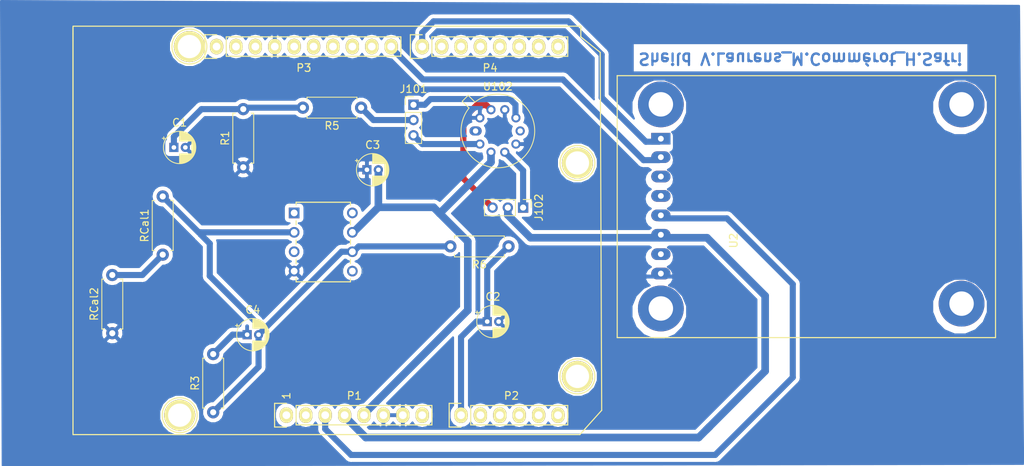
<source format=kicad_pcb>
(kicad_pcb (version 20171130) (host pcbnew "(5.1.4-0-10_14)")

  (general
    (thickness 1.6)
    (drawings 30)
    (tracks 87)
    (zones 0)
    (modules 23)
    (nets 52)
  )

  (page A4)
  (title_block
    (title "PCB Gaz Sensor")
    (date "lun. 30 mars 2015")
    (company "INSA Toulouse")
    (comment 1 "Vincent Laurens")
    (comment 2 "Mickaël Commérot")
    (comment 3 "Hamza Safri")
    (comment 4 5ISS)
  )

  (layers
    (0 F.Cu signal)
    (31 B.Cu signal)
    (32 B.Adhes user)
    (33 F.Adhes user)
    (34 B.Paste user)
    (35 F.Paste user)
    (36 B.SilkS user)
    (37 F.SilkS user)
    (38 B.Mask user)
    (39 F.Mask user)
    (40 Dwgs.User user)
    (41 Cmts.User user)
    (42 Eco1.User user)
    (43 Eco2.User user)
    (44 Edge.Cuts user)
    (45 Margin user)
    (46 B.CrtYd user)
    (47 F.CrtYd user)
    (48 B.Fab user)
    (49 F.Fab user)
  )

  (setup
    (last_trace_width 0.8)
    (trace_clearance 0.4)
    (zone_clearance 0.508)
    (zone_45_only no)
    (trace_min 0.2)
    (via_size 1.6)
    (via_drill 0.8)
    (via_min_size 0.4)
    (via_min_drill 0.3)
    (uvia_size 0.3)
    (uvia_drill 0.1)
    (uvias_allowed no)
    (uvia_min_size 0.2)
    (uvia_min_drill 0.1)
    (edge_width 0.15)
    (segment_width 0.15)
    (pcb_text_width 0.3)
    (pcb_text_size 1.5 1.5)
    (mod_edge_width 0.15)
    (mod_text_size 1 1)
    (mod_text_width 0.15)
    (pad_size 1.2 1.2)
    (pad_drill 0.6)
    (pad_to_mask_clearance 0)
    (solder_mask_min_width 0.25)
    (aux_axis_origin 110.998 126.365)
    (visible_elements FFFFF77F)
    (pcbplotparams
      (layerselection 0x00030_80000001)
      (usegerberextensions false)
      (usegerberattributes false)
      (usegerberadvancedattributes false)
      (creategerberjobfile false)
      (excludeedgelayer true)
      (linewidth 0.100000)
      (plotframeref false)
      (viasonmask false)
      (mode 1)
      (useauxorigin false)
      (hpglpennumber 1)
      (hpglpenspeed 20)
      (hpglpendiameter 15.000000)
      (psnegative false)
      (psa4output false)
      (plotreference true)
      (plotvalue true)
      (plotinvisibletext false)
      (padsonsilk false)
      (subtractmaskfromsilk false)
      (outputformat 1)
      (mirror false)
      (drillshape 1)
      (scaleselection 1)
      (outputdirectory ""))
  )

  (net 0 "")
  (net 1 /IOREF)
  (net 2 /Reset)
  (net 3 +5V)
  (net 4 GND)
  (net 5 /Vin)
  (net 6 /A0)
  (net 7 /A1)
  (net 8 /A2)
  (net 9 /A3)
  (net 10 /AREF)
  (net 11 "/A4(SDA)")
  (net 12 "/A5(SCL)")
  (net 13 "/9(**)")
  (net 14 /8)
  (net 15 /7)
  (net 16 "/6(**)")
  (net 17 "/5(**)")
  (net 18 /4)
  (net 19 "/3(**)")
  (net 20 /2)
  (net 21 "/1(Tx)")
  (net 22 "/0(Rx)")
  (net 23 "Net-(P5-Pad1)")
  (net 24 "Net-(P6-Pad1)")
  (net 25 "Net-(P7-Pad1)")
  (net 26 "Net-(P8-Pad1)")
  (net 27 "/13(SCK)")
  (net 28 "/10(**/SS)")
  (net 29 "Net-(P1-Pad1)")
  (net 30 +3V3)
  (net 31 "/12(MISO)")
  (net 32 "/11(**/MOSI)")
  (net 33 "Net-(C1-Pad1)")
  (net 34 "Net-(C4-Pad2)")
  (net 35 "Net-(C4-Pad1)")
  (net 36 "Net-(P2-Pad5)")
  (net 37 "Net-(P2-Pad6)")
  (net 38 "Net-(U2-Pad3)")
  (net 39 "Net-(U2-Pad4)")
  (net 40 "Net-(U2-Pad7)")
  (net 41 "Net-(RCal1-Pad1)")
  (net 42 /GazSensorRight_Pin2)
  (net 43 /linkCircuit)
  (net 44 /GazSensorLeft_Pin7)
  (net 45 /GazSensorRight_Pin4)
  (net 46 /GazSensorLeft_Pin9)
  (net 47 "Net-(U102-Pad1)")
  (net 48 "Net-(U102-Pad6)")
  (net 49 "Net-(U103-Pad1)")
  (net 50 "Net-(U103-Pad5)")
  (net 51 "Net-(U103-Pad8)")

  (net_class Default "This is the default net class."
    (clearance 0.4)
    (trace_width 0.8)
    (via_dia 1.6)
    (via_drill 0.8)
    (uvia_dia 0.3)
    (uvia_drill 0.1)
    (add_net "/0(Rx)")
    (add_net "/1(Tx)")
    (add_net "/10(**/SS)")
    (add_net "/11(**/MOSI)")
    (add_net "/12(MISO)")
    (add_net "/13(SCK)")
    (add_net /2)
    (add_net "/3(**)")
    (add_net /4)
    (add_net "/5(**)")
    (add_net "/6(**)")
    (add_net /7)
    (add_net /8)
    (add_net "/9(**)")
    (add_net /A0)
    (add_net /A1)
    (add_net /A2)
    (add_net /A3)
    (add_net "/A4(SDA)")
    (add_net "/A5(SCL)")
    (add_net /AREF)
    (add_net /GazSensorLeft_Pin7)
    (add_net /GazSensorLeft_Pin9)
    (add_net /GazSensorRight_Pin2)
    (add_net /GazSensorRight_Pin4)
    (add_net /IOREF)
    (add_net /Reset)
    (add_net /Vin)
    (add_net /linkCircuit)
    (add_net "Net-(C1-Pad1)")
    (add_net "Net-(C4-Pad1)")
    (add_net "Net-(C4-Pad2)")
    (add_net "Net-(P1-Pad1)")
    (add_net "Net-(P2-Pad5)")
    (add_net "Net-(P2-Pad6)")
    (add_net "Net-(P5-Pad1)")
    (add_net "Net-(P6-Pad1)")
    (add_net "Net-(P7-Pad1)")
    (add_net "Net-(P8-Pad1)")
    (add_net "Net-(RCal1-Pad1)")
    (add_net "Net-(U102-Pad1)")
    (add_net "Net-(U102-Pad6)")
    (add_net "Net-(U103-Pad1)")
    (add_net "Net-(U103-Pad5)")
    (add_net "Net-(U103-Pad8)")
    (add_net "Net-(U2-Pad3)")
    (add_net "Net-(U2-Pad4)")
    (add_net "Net-(U2-Pad7)")
  )

  (net_class Power ""
    (clearance 0.4)
    (trace_width 1)
    (via_dia 1.6)
    (via_drill 0.8)
    (uvia_dia 0.3)
    (uvia_drill 0.1)
    (add_net +3V3)
    (add_net +5V)
    (add_net GND)
  )

  (module MyComponents:RN2483_Breakout (layer F.Cu) (tedit 5E1A0740) (tstamp 5E78403F)
    (at 187.96 87.63 270)
    (path /5DFE64BC)
    (fp_text reference U2 (at 13.335 -9.525 270) (layer F.SilkS)
      (effects (font (size 1 1) (thickness 0.15)))
    )
    (fp_text value RN2483_breakout (at 10.795 3.175 270) (layer F.Fab)
      (effects (font (size 1 1) (thickness 0.15)))
    )
    (fp_line (start -8.255 -43.815) (end -8.255 5.715) (layer F.SilkS) (width 0.15))
    (fp_line (start 26.035 -43.815) (end -8.255 -43.815) (layer F.SilkS) (width 0.15))
    (fp_line (start 26.035 5.715) (end 26.035 -43.815) (layer F.SilkS) (width 0.15))
    (fp_line (start -8.255 5.715) (end 26.035 5.715) (layer F.SilkS) (width 0.15))
    (pad "" np_thru_hole circle (at 21.59 -39.37 270) (size 6 6) (drill 3.2) (layers *.Cu *.Mask))
    (pad "" np_thru_hole circle (at -4.5 -39.37 270) (size 6 6) (drill 3.2) (layers *.Cu *.Mask))
    (pad "" np_thru_hole circle (at 22.225 0 270) (size 6 6) (drill 3.2) (layers *.Cu *.Mask))
    (pad "" np_thru_hole circle (at -4.5 0 270) (size 6 6) (drill 3.2) (layers *.Cu *.Mask))
    (pad 8 thru_hole oval (at 17.653 0 270) (size 1.524 2.524) (drill 0.762) (layers *.Cu *.Mask)
      (net 4 GND))
    (pad 7 thru_hole oval (at 15.113 0 270) (size 1.524 2.524) (drill 0.762) (layers *.Cu *.Mask)
      (net 40 "Net-(U2-Pad7)"))
    (pad 5 thru_hole oval (at 10.033 0 270) (size 1.524 2.524) (drill 0.762) (layers *.Cu *.Mask)
      (net 2 /Reset))
    (pad 6 thru_hole oval (at 12.573 0 270) (size 1.524 2.524) (drill 0.762) (layers *.Cu *.Mask)
      (net 30 +3V3))
    (pad 4 thru_hole oval (at 7.493 0 270) (size 1.524 2.524) (drill 0.762) (layers *.Cu *.Mask)
      (net 39 "Net-(U2-Pad4)"))
    (pad 3 thru_hole oval (at 4.953 0 270) (size 1.524 2.524) (drill 0.762) (layers *.Cu *.Mask)
      (net 38 "Net-(U2-Pad3)"))
    (pad 2 thru_hole oval (at 2.413 0 270) (size 1.524 2.524) (drill 0.762) (layers *.Cu *.Mask)
      (net 14 /8))
    (pad 1 thru_hole rect (at 0 0 270) (size 1.524 2.524) (drill 0.762) (layers *.Cu *.Mask)
      (net 15 /7))
  )

  (module Socket_Arduino_Uno:Socket_Strip_Arduino_1x08 locked (layer F.Cu) (tedit 552168D2) (tstamp 551AF9EA)
    (at 138.938 123.825)
    (descr "Through hole socket strip")
    (tags "socket strip")
    (path /56D70129)
    (fp_text reference P1 (at 8.89 -2.54) (layer F.SilkS)
      (effects (font (size 1 1) (thickness 0.15)))
    )
    (fp_text value Power (at 8.89 -4.064) (layer F.Fab)
      (effects (font (size 1 1) (thickness 0.15)))
    )
    (fp_line (start -1.75 -1.75) (end -1.75 1.75) (layer F.CrtYd) (width 0.05))
    (fp_line (start 19.55 -1.75) (end 19.55 1.75) (layer F.CrtYd) (width 0.05))
    (fp_line (start -1.75 -1.75) (end 19.55 -1.75) (layer F.CrtYd) (width 0.05))
    (fp_line (start -1.75 1.75) (end 19.55 1.75) (layer F.CrtYd) (width 0.05))
    (fp_line (start 1.27 1.27) (end 19.05 1.27) (layer F.SilkS) (width 0.15))
    (fp_line (start 19.05 1.27) (end 19.05 -1.27) (layer F.SilkS) (width 0.15))
    (fp_line (start 19.05 -1.27) (end 1.27 -1.27) (layer F.SilkS) (width 0.15))
    (fp_line (start -1.55 1.55) (end 0 1.55) (layer F.SilkS) (width 0.15))
    (fp_line (start 1.27 1.27) (end 1.27 -1.27) (layer F.SilkS) (width 0.15))
    (fp_line (start 0 -1.55) (end -1.55 -1.55) (layer F.SilkS) (width 0.15))
    (fp_line (start -1.55 -1.55) (end -1.55 1.55) (layer F.SilkS) (width 0.15))
    (pad 1 thru_hole oval (at 0 0) (size 1.7272 2.032) (drill 1.016) (layers *.Cu *.Mask F.SilkS)
      (net 29 "Net-(P1-Pad1)"))
    (pad 2 thru_hole oval (at 2.54 0) (size 1.7272 2.032) (drill 1.016) (layers *.Cu *.Mask F.SilkS)
      (net 1 /IOREF))
    (pad 3 thru_hole oval (at 5.08 0) (size 1.7272 2.032) (drill 1.016) (layers *.Cu *.Mask F.SilkS)
      (net 2 /Reset))
    (pad 4 thru_hole oval (at 7.62 0) (size 1.7272 2.032) (drill 1.016) (layers *.Cu *.Mask F.SilkS)
      (net 30 +3V3))
    (pad 5 thru_hole oval (at 10.16 0) (size 1.7272 2.032) (drill 1.016) (layers *.Cu *.Mask F.SilkS)
      (net 3 +5V))
    (pad 6 thru_hole oval (at 12.7 0) (size 1.7272 2.032) (drill 1.016) (layers *.Cu *.Mask F.SilkS)
      (net 4 GND))
    (pad 7 thru_hole oval (at 15.24 0) (size 1.7272 2.032) (drill 1.016) (layers *.Cu *.Mask F.SilkS)
      (net 4 GND))
    (pad 8 thru_hole oval (at 17.78 0) (size 1.7272 2.032) (drill 1.016) (layers *.Cu *.Mask F.SilkS)
      (net 5 /Vin))
    (model ${KIPRJMOD}/Socket_Arduino_Uno.3dshapes/Socket_header_Arduino_1x08.wrl
      (offset (xyz 8.889999866485596 0 0))
      (scale (xyz 1 1 1))
      (rotate (xyz 0 0 180))
    )
  )

  (module Socket_Arduino_Uno:Socket_Strip_Arduino_1x06 locked (layer F.Cu) (tedit 552168D6) (tstamp 551AF9FF)
    (at 161.798 123.825)
    (descr "Through hole socket strip")
    (tags "socket strip")
    (path /56D70DD8)
    (fp_text reference P2 (at 6.604 -2.54) (layer F.SilkS)
      (effects (font (size 1 1) (thickness 0.15)))
    )
    (fp_text value Analog (at 6.604 -4.064) (layer F.Fab)
      (effects (font (size 1 1) (thickness 0.15)))
    )
    (fp_line (start -1.75 -1.75) (end -1.75 1.75) (layer F.CrtYd) (width 0.05))
    (fp_line (start 14.45 -1.75) (end 14.45 1.75) (layer F.CrtYd) (width 0.05))
    (fp_line (start -1.75 -1.75) (end 14.45 -1.75) (layer F.CrtYd) (width 0.05))
    (fp_line (start -1.75 1.75) (end 14.45 1.75) (layer F.CrtYd) (width 0.05))
    (fp_line (start 1.27 1.27) (end 13.97 1.27) (layer F.SilkS) (width 0.15))
    (fp_line (start 13.97 1.27) (end 13.97 -1.27) (layer F.SilkS) (width 0.15))
    (fp_line (start 13.97 -1.27) (end 1.27 -1.27) (layer F.SilkS) (width 0.15))
    (fp_line (start -1.55 1.55) (end 0 1.55) (layer F.SilkS) (width 0.15))
    (fp_line (start 1.27 1.27) (end 1.27 -1.27) (layer F.SilkS) (width 0.15))
    (fp_line (start 0 -1.55) (end -1.55 -1.55) (layer F.SilkS) (width 0.15))
    (fp_line (start -1.55 -1.55) (end -1.55 1.55) (layer F.SilkS) (width 0.15))
    (pad 1 thru_hole oval (at 0 0) (size 1.7272 2.032) (drill 1.016) (layers *.Cu *.Mask F.SilkS)
      (net 6 /A0))
    (pad 2 thru_hole oval (at 2.54 0) (size 1.7272 2.032) (drill 1.016) (layers *.Cu *.Mask F.SilkS)
      (net 7 /A1))
    (pad 3 thru_hole oval (at 5.08 0) (size 1.7272 2.032) (drill 1.016) (layers *.Cu *.Mask F.SilkS)
      (net 8 /A2))
    (pad 4 thru_hole oval (at 7.62 0) (size 1.7272 2.032) (drill 1.016) (layers *.Cu *.Mask F.SilkS)
      (net 9 /A3))
    (pad 5 thru_hole oval (at 10.16 0) (size 1.7272 2.032) (drill 1.016) (layers *.Cu *.Mask F.SilkS)
      (net 36 "Net-(P2-Pad5)"))
    (pad 6 thru_hole oval (at 12.7 0) (size 1.7272 2.032) (drill 1.016) (layers *.Cu *.Mask F.SilkS)
      (net 37 "Net-(P2-Pad6)"))
    (model ${KIPRJMOD}/Socket_Arduino_Uno.3dshapes/Socket_header_Arduino_1x06.wrl
      (offset (xyz 6.349999904632568 0 0))
      (scale (xyz 1 1 1))
      (rotate (xyz 0 0 180))
    )
  )

  (module Socket_Arduino_Uno:Socket_Strip_Arduino_1x10 locked (layer F.Cu) (tedit 552168BF) (tstamp 551AFA18)
    (at 129.794 75.565)
    (descr "Through hole socket strip")
    (tags "socket strip")
    (path /56D721E0)
    (fp_text reference P3 (at 11.43 2.794) (layer F.SilkS)
      (effects (font (size 1 1) (thickness 0.15)))
    )
    (fp_text value Digital (at 11.43 4.318) (layer F.Fab)
      (effects (font (size 1 1) (thickness 0.15)))
    )
    (fp_line (start -1.75 -1.75) (end -1.75 1.75) (layer F.CrtYd) (width 0.05))
    (fp_line (start 24.65 -1.75) (end 24.65 1.75) (layer F.CrtYd) (width 0.05))
    (fp_line (start -1.75 -1.75) (end 24.65 -1.75) (layer F.CrtYd) (width 0.05))
    (fp_line (start -1.75 1.75) (end 24.65 1.75) (layer F.CrtYd) (width 0.05))
    (fp_line (start 1.27 1.27) (end 24.13 1.27) (layer F.SilkS) (width 0.15))
    (fp_line (start 24.13 1.27) (end 24.13 -1.27) (layer F.SilkS) (width 0.15))
    (fp_line (start 24.13 -1.27) (end 1.27 -1.27) (layer F.SilkS) (width 0.15))
    (fp_line (start -1.55 1.55) (end 0 1.55) (layer F.SilkS) (width 0.15))
    (fp_line (start 1.27 1.27) (end 1.27 -1.27) (layer F.SilkS) (width 0.15))
    (fp_line (start 0 -1.55) (end -1.55 -1.55) (layer F.SilkS) (width 0.15))
    (fp_line (start -1.55 -1.55) (end -1.55 1.55) (layer F.SilkS) (width 0.15))
    (pad 1 thru_hole oval (at 0 0) (size 1.7272 2.032) (drill 1.016) (layers *.Cu *.Mask F.SilkS)
      (net 12 "/A5(SCL)"))
    (pad 2 thru_hole oval (at 2.54 0) (size 1.7272 2.032) (drill 1.016) (layers *.Cu *.Mask F.SilkS)
      (net 11 "/A4(SDA)"))
    (pad 3 thru_hole oval (at 5.08 0) (size 1.7272 2.032) (drill 1.016) (layers *.Cu *.Mask F.SilkS)
      (net 10 /AREF))
    (pad 4 thru_hole oval (at 7.62 0) (size 1.7272 2.032) (drill 1.016) (layers *.Cu *.Mask F.SilkS)
      (net 4 GND))
    (pad 5 thru_hole oval (at 10.16 0) (size 1.7272 2.032) (drill 1.016) (layers *.Cu *.Mask F.SilkS)
      (net 27 "/13(SCK)"))
    (pad 6 thru_hole oval (at 12.7 0) (size 1.7272 2.032) (drill 1.016) (layers *.Cu *.Mask F.SilkS)
      (net 31 "/12(MISO)"))
    (pad 7 thru_hole oval (at 15.24 0) (size 1.7272 2.032) (drill 1.016) (layers *.Cu *.Mask F.SilkS)
      (net 32 "/11(**/MOSI)"))
    (pad 8 thru_hole oval (at 17.78 0) (size 1.7272 2.032) (drill 1.016) (layers *.Cu *.Mask F.SilkS)
      (net 28 "/10(**/SS)"))
    (pad 9 thru_hole oval (at 20.32 0) (size 1.7272 2.032) (drill 1.016) (layers *.Cu *.Mask F.SilkS)
      (net 13 "/9(**)"))
    (pad 10 thru_hole oval (at 22.86 0) (size 1.7272 2.032) (drill 1.016) (layers *.Cu *.Mask F.SilkS)
      (net 14 /8))
    (model ${KIPRJMOD}/Socket_Arduino_Uno.3dshapes/Socket_header_Arduino_1x10.wrl
      (offset (xyz 11.42999982833862 0 0))
      (scale (xyz 1 1 1))
      (rotate (xyz 0 0 180))
    )
  )

  (module Socket_Arduino_Uno:Socket_Strip_Arduino_1x08 locked (layer F.Cu) (tedit 552168C7) (tstamp 551AFA2F)
    (at 156.718 75.565)
    (descr "Through hole socket strip")
    (tags "socket strip")
    (path /56D7164F)
    (fp_text reference P4 (at 8.89 2.794) (layer F.SilkS)
      (effects (font (size 1 1) (thickness 0.15)))
    )
    (fp_text value Digital (at 8.89 4.318) (layer F.Fab)
      (effects (font (size 1 1) (thickness 0.15)))
    )
    (fp_line (start -1.75 -1.75) (end -1.75 1.75) (layer F.CrtYd) (width 0.05))
    (fp_line (start 19.55 -1.75) (end 19.55 1.75) (layer F.CrtYd) (width 0.05))
    (fp_line (start -1.75 -1.75) (end 19.55 -1.75) (layer F.CrtYd) (width 0.05))
    (fp_line (start -1.75 1.75) (end 19.55 1.75) (layer F.CrtYd) (width 0.05))
    (fp_line (start 1.27 1.27) (end 19.05 1.27) (layer F.SilkS) (width 0.15))
    (fp_line (start 19.05 1.27) (end 19.05 -1.27) (layer F.SilkS) (width 0.15))
    (fp_line (start 19.05 -1.27) (end 1.27 -1.27) (layer F.SilkS) (width 0.15))
    (fp_line (start -1.55 1.55) (end 0 1.55) (layer F.SilkS) (width 0.15))
    (fp_line (start 1.27 1.27) (end 1.27 -1.27) (layer F.SilkS) (width 0.15))
    (fp_line (start 0 -1.55) (end -1.55 -1.55) (layer F.SilkS) (width 0.15))
    (fp_line (start -1.55 -1.55) (end -1.55 1.55) (layer F.SilkS) (width 0.15))
    (pad 1 thru_hole oval (at 0 0) (size 1.7272 2.032) (drill 1.016) (layers *.Cu *.Mask F.SilkS)
      (net 15 /7))
    (pad 2 thru_hole oval (at 2.54 0) (size 1.7272 2.032) (drill 1.016) (layers *.Cu *.Mask F.SilkS)
      (net 16 "/6(**)"))
    (pad 3 thru_hole oval (at 5.08 0) (size 1.7272 2.032) (drill 1.016) (layers *.Cu *.Mask F.SilkS)
      (net 17 "/5(**)"))
    (pad 4 thru_hole oval (at 7.62 0) (size 1.7272 2.032) (drill 1.016) (layers *.Cu *.Mask F.SilkS)
      (net 18 /4))
    (pad 5 thru_hole oval (at 10.16 0) (size 1.7272 2.032) (drill 1.016) (layers *.Cu *.Mask F.SilkS)
      (net 19 "/3(**)"))
    (pad 6 thru_hole oval (at 12.7 0) (size 1.7272 2.032) (drill 1.016) (layers *.Cu *.Mask F.SilkS)
      (net 20 /2))
    (pad 7 thru_hole oval (at 15.24 0) (size 1.7272 2.032) (drill 1.016) (layers *.Cu *.Mask F.SilkS)
      (net 21 "/1(Tx)"))
    (pad 8 thru_hole oval (at 17.78 0) (size 1.7272 2.032) (drill 1.016) (layers *.Cu *.Mask F.SilkS)
      (net 22 "/0(Rx)"))
    (model ${KIPRJMOD}/Socket_Arduino_Uno.3dshapes/Socket_header_Arduino_1x08.wrl
      (offset (xyz 8.889999866485596 0 0))
      (scale (xyz 1 1 1))
      (rotate (xyz 0 0 180))
    )
  )

  (module Socket_Arduino_Uno:Arduino_1pin locked (layer F.Cu) (tedit 5524FC39) (tstamp 5524FC3F)
    (at 124.968 123.825)
    (descr "module 1 pin (ou trou mecanique de percage)")
    (tags DEV)
    (path /56D71177)
    (fp_text reference P5 (at 0 -3.048) (layer F.SilkS) hide
      (effects (font (size 1 1) (thickness 0.15)))
    )
    (fp_text value CONN_01X01 (at 0 2.794) (layer F.Fab) hide
      (effects (font (size 1 1) (thickness 0.15)))
    )
    (fp_circle (center 0 0) (end 0 -2.286) (layer F.SilkS) (width 0.15))
    (pad 1 thru_hole circle (at 0 0) (size 4.064 4.064) (drill 3.048) (layers *.Cu *.Mask F.SilkS)
      (net 23 "Net-(P5-Pad1)"))
  )

  (module Socket_Arduino_Uno:Arduino_1pin locked (layer F.Cu) (tedit 5524FC4A) (tstamp 5524FC44)
    (at 177.038 118.745)
    (descr "module 1 pin (ou trou mecanique de percage)")
    (tags DEV)
    (path /56D71274)
    (fp_text reference P6 (at 0 -3.048) (layer F.SilkS) hide
      (effects (font (size 1 1) (thickness 0.15)))
    )
    (fp_text value CONN_01X01 (at 0 2.794) (layer F.Fab) hide
      (effects (font (size 1 1) (thickness 0.15)))
    )
    (fp_circle (center 0 0) (end 0 -2.286) (layer F.SilkS) (width 0.15))
    (pad 1 thru_hole circle (at 0 0) (size 4.064 4.064) (drill 3.048) (layers *.Cu *.Mask F.SilkS)
      (net 24 "Net-(P6-Pad1)"))
  )

  (module Socket_Arduino_Uno:Arduino_1pin locked (layer F.Cu) (tedit 5524FC2F) (tstamp 5524FC49)
    (at 126.238 75.565)
    (descr "module 1 pin (ou trou mecanique de percage)")
    (tags DEV)
    (path /56D712A8)
    (fp_text reference P7 (at 0 -3.048) (layer F.SilkS) hide
      (effects (font (size 1 1) (thickness 0.15)))
    )
    (fp_text value CONN_01X01 (at 0 2.794) (layer F.Fab) hide
      (effects (font (size 1 1) (thickness 0.15)))
    )
    (fp_circle (center 0 0) (end 0 -2.286) (layer F.SilkS) (width 0.15))
    (pad 1 thru_hole circle (at 0 0) (size 4.064 4.064) (drill 3.048) (layers *.Cu *.Mask F.SilkS)
      (net 25 "Net-(P7-Pad1)"))
  )

  (module Socket_Arduino_Uno:Arduino_1pin locked (layer F.Cu) (tedit 5524FC41) (tstamp 5524FC4E)
    (at 177.038 90.805)
    (descr "module 1 pin (ou trou mecanique de percage)")
    (tags DEV)
    (path /56D712DB)
    (fp_text reference P8 (at 0 -3.048) (layer F.SilkS) hide
      (effects (font (size 1 1) (thickness 0.15)))
    )
    (fp_text value CONN_01X01 (at 0 2.794) (layer F.Fab) hide
      (effects (font (size 1 1) (thickness 0.15)))
    )
    (fp_circle (center 0 0) (end 0 -2.286) (layer F.SilkS) (width 0.15))
    (pad 1 thru_hole circle (at 0 0) (size 4.064 4.064) (drill 3.048) (layers *.Cu *.Mask F.SilkS)
      (net 26 "Net-(P8-Pad1)"))
  )

  (module Capacitor_THT:CP_Radial_D4.0mm_P1.50mm (layer F.Cu) (tedit 5E1A0136) (tstamp 5E783E09)
    (at 124.206 88.773)
    (descr "CP, Radial series, Radial, pin pitch=1.50mm, , diameter=4mm, Electrolytic Capacitor")
    (tags "CP Radial series Radial pin pitch 1.50mm  diameter 4mm Electrolytic Capacitor")
    (path /5DFEEDB2)
    (fp_text reference C1 (at 0.75 -3.25) (layer F.SilkS)
      (effects (font (size 1 1) (thickness 0.15)))
    )
    (fp_text value 100n (at 0.75 3.25) (layer F.Fab)
      (effects (font (size 1 1) (thickness 0.15)))
    )
    (fp_circle (center 0.75 0) (end 2.75 0) (layer F.Fab) (width 0.1))
    (fp_circle (center 0.75 0) (end 2.87 0) (layer F.SilkS) (width 0.12))
    (fp_circle (center 0.75 0) (end 3 0) (layer F.CrtYd) (width 0.05))
    (fp_line (start -0.952554 -0.8675) (end -0.552554 -0.8675) (layer F.Fab) (width 0.1))
    (fp_line (start -0.752554 -1.0675) (end -0.752554 -0.6675) (layer F.Fab) (width 0.1))
    (fp_line (start 0.75 0.84) (end 0.75 2.08) (layer F.SilkS) (width 0.12))
    (fp_line (start 0.75 -2.08) (end 0.75 -0.84) (layer F.SilkS) (width 0.12))
    (fp_line (start 0.79 0.84) (end 0.79 2.08) (layer F.SilkS) (width 0.12))
    (fp_line (start 0.79 -2.08) (end 0.79 -0.84) (layer F.SilkS) (width 0.12))
    (fp_line (start 0.83 0.84) (end 0.83 2.079) (layer F.SilkS) (width 0.12))
    (fp_line (start 0.83 -2.079) (end 0.83 -0.84) (layer F.SilkS) (width 0.12))
    (fp_line (start 0.87 -2.077) (end 0.87 -0.84) (layer F.SilkS) (width 0.12))
    (fp_line (start 0.87 0.84) (end 0.87 2.077) (layer F.SilkS) (width 0.12))
    (fp_line (start 0.91 -2.074) (end 0.91 -0.84) (layer F.SilkS) (width 0.12))
    (fp_line (start 0.91 0.84) (end 0.91 2.074) (layer F.SilkS) (width 0.12))
    (fp_line (start 0.95 -2.071) (end 0.95 -0.84) (layer F.SilkS) (width 0.12))
    (fp_line (start 0.95 0.84) (end 0.95 2.071) (layer F.SilkS) (width 0.12))
    (fp_line (start 0.99 -2.067) (end 0.99 -0.84) (layer F.SilkS) (width 0.12))
    (fp_line (start 0.99 0.84) (end 0.99 2.067) (layer F.SilkS) (width 0.12))
    (fp_line (start 1.03 -2.062) (end 1.03 -0.84) (layer F.SilkS) (width 0.12))
    (fp_line (start 1.03 0.84) (end 1.03 2.062) (layer F.SilkS) (width 0.12))
    (fp_line (start 1.07 -2.056) (end 1.07 -0.84) (layer F.SilkS) (width 0.12))
    (fp_line (start 1.07 0.84) (end 1.07 2.056) (layer F.SilkS) (width 0.12))
    (fp_line (start 1.11 -2.05) (end 1.11 -0.84) (layer F.SilkS) (width 0.12))
    (fp_line (start 1.11 0.84) (end 1.11 2.05) (layer F.SilkS) (width 0.12))
    (fp_line (start 1.15 -2.042) (end 1.15 -0.84) (layer F.SilkS) (width 0.12))
    (fp_line (start 1.15 0.84) (end 1.15 2.042) (layer F.SilkS) (width 0.12))
    (fp_line (start 1.19 -2.034) (end 1.19 -0.84) (layer F.SilkS) (width 0.12))
    (fp_line (start 1.19 0.84) (end 1.19 2.034) (layer F.SilkS) (width 0.12))
    (fp_line (start 1.23 -2.025) (end 1.23 -0.84) (layer F.SilkS) (width 0.12))
    (fp_line (start 1.23 0.84) (end 1.23 2.025) (layer F.SilkS) (width 0.12))
    (fp_line (start 1.27 -2.016) (end 1.27 -0.84) (layer F.SilkS) (width 0.12))
    (fp_line (start 1.27 0.84) (end 1.27 2.016) (layer F.SilkS) (width 0.12))
    (fp_line (start 1.31 -2.005) (end 1.31 -0.84) (layer F.SilkS) (width 0.12))
    (fp_line (start 1.31 0.84) (end 1.31 2.005) (layer F.SilkS) (width 0.12))
    (fp_line (start 1.35 -1.994) (end 1.35 -0.84) (layer F.SilkS) (width 0.12))
    (fp_line (start 1.35 0.84) (end 1.35 1.994) (layer F.SilkS) (width 0.12))
    (fp_line (start 1.39 -1.982) (end 1.39 -0.84) (layer F.SilkS) (width 0.12))
    (fp_line (start 1.39 0.84) (end 1.39 1.982) (layer F.SilkS) (width 0.12))
    (fp_line (start 1.43 -1.968) (end 1.43 -0.84) (layer F.SilkS) (width 0.12))
    (fp_line (start 1.43 0.84) (end 1.43 1.968) (layer F.SilkS) (width 0.12))
    (fp_line (start 1.471 -1.954) (end 1.471 -0.84) (layer F.SilkS) (width 0.12))
    (fp_line (start 1.471 0.84) (end 1.471 1.954) (layer F.SilkS) (width 0.12))
    (fp_line (start 1.511 -1.94) (end 1.511 -0.84) (layer F.SilkS) (width 0.12))
    (fp_line (start 1.511 0.84) (end 1.511 1.94) (layer F.SilkS) (width 0.12))
    (fp_line (start 1.551 -1.924) (end 1.551 -0.84) (layer F.SilkS) (width 0.12))
    (fp_line (start 1.551 0.84) (end 1.551 1.924) (layer F.SilkS) (width 0.12))
    (fp_line (start 1.591 -1.907) (end 1.591 -0.84) (layer F.SilkS) (width 0.12))
    (fp_line (start 1.591 0.84) (end 1.591 1.907) (layer F.SilkS) (width 0.12))
    (fp_line (start 1.631 -1.889) (end 1.631 -0.84) (layer F.SilkS) (width 0.12))
    (fp_line (start 1.631 0.84) (end 1.631 1.889) (layer F.SilkS) (width 0.12))
    (fp_line (start 1.671 -1.87) (end 1.671 -0.84) (layer F.SilkS) (width 0.12))
    (fp_line (start 1.671 0.84) (end 1.671 1.87) (layer F.SilkS) (width 0.12))
    (fp_line (start 1.711 -1.851) (end 1.711 -0.84) (layer F.SilkS) (width 0.12))
    (fp_line (start 1.711 0.84) (end 1.711 1.851) (layer F.SilkS) (width 0.12))
    (fp_line (start 1.751 -1.83) (end 1.751 -0.84) (layer F.SilkS) (width 0.12))
    (fp_line (start 1.751 0.84) (end 1.751 1.83) (layer F.SilkS) (width 0.12))
    (fp_line (start 1.791 -1.808) (end 1.791 -0.84) (layer F.SilkS) (width 0.12))
    (fp_line (start 1.791 0.84) (end 1.791 1.808) (layer F.SilkS) (width 0.12))
    (fp_line (start 1.831 -1.785) (end 1.831 -0.84) (layer F.SilkS) (width 0.12))
    (fp_line (start 1.831 0.84) (end 1.831 1.785) (layer F.SilkS) (width 0.12))
    (fp_line (start 1.871 -1.76) (end 1.871 -0.84) (layer F.SilkS) (width 0.12))
    (fp_line (start 1.871 0.84) (end 1.871 1.76) (layer F.SilkS) (width 0.12))
    (fp_line (start 1.911 -1.735) (end 1.911 -0.84) (layer F.SilkS) (width 0.12))
    (fp_line (start 1.911 0.84) (end 1.911 1.735) (layer F.SilkS) (width 0.12))
    (fp_line (start 1.951 -1.708) (end 1.951 -0.84) (layer F.SilkS) (width 0.12))
    (fp_line (start 1.951 0.84) (end 1.951 1.708) (layer F.SilkS) (width 0.12))
    (fp_line (start 1.991 -1.68) (end 1.991 -0.84) (layer F.SilkS) (width 0.12))
    (fp_line (start 1.991 0.84) (end 1.991 1.68) (layer F.SilkS) (width 0.12))
    (fp_line (start 2.031 -1.65) (end 2.031 -0.84) (layer F.SilkS) (width 0.12))
    (fp_line (start 2.031 0.84) (end 2.031 1.65) (layer F.SilkS) (width 0.12))
    (fp_line (start 2.071 -1.619) (end 2.071 -0.84) (layer F.SilkS) (width 0.12))
    (fp_line (start 2.071 0.84) (end 2.071 1.619) (layer F.SilkS) (width 0.12))
    (fp_line (start 2.111 -1.587) (end 2.111 -0.84) (layer F.SilkS) (width 0.12))
    (fp_line (start 2.111 0.84) (end 2.111 1.587) (layer F.SilkS) (width 0.12))
    (fp_line (start 2.151 -1.552) (end 2.151 -0.84) (layer F.SilkS) (width 0.12))
    (fp_line (start 2.151 0.84) (end 2.151 1.552) (layer F.SilkS) (width 0.12))
    (fp_line (start 2.191 -1.516) (end 2.191 -0.84) (layer F.SilkS) (width 0.12))
    (fp_line (start 2.191 0.84) (end 2.191 1.516) (layer F.SilkS) (width 0.12))
    (fp_line (start 2.231 -1.478) (end 2.231 -0.84) (layer F.SilkS) (width 0.12))
    (fp_line (start 2.231 0.84) (end 2.231 1.478) (layer F.SilkS) (width 0.12))
    (fp_line (start 2.271 -1.438) (end 2.271 -0.84) (layer F.SilkS) (width 0.12))
    (fp_line (start 2.271 0.84) (end 2.271 1.438) (layer F.SilkS) (width 0.12))
    (fp_line (start 2.311 -1.396) (end 2.311 -0.84) (layer F.SilkS) (width 0.12))
    (fp_line (start 2.311 0.84) (end 2.311 1.396) (layer F.SilkS) (width 0.12))
    (fp_line (start 2.351 -1.351) (end 2.351 1.351) (layer F.SilkS) (width 0.12))
    (fp_line (start 2.391 -1.304) (end 2.391 1.304) (layer F.SilkS) (width 0.12))
    (fp_line (start 2.431 -1.254) (end 2.431 1.254) (layer F.SilkS) (width 0.12))
    (fp_line (start 2.471 -1.2) (end 2.471 1.2) (layer F.SilkS) (width 0.12))
    (fp_line (start 2.511 -1.142) (end 2.511 1.142) (layer F.SilkS) (width 0.12))
    (fp_line (start 2.551 -1.08) (end 2.551 1.08) (layer F.SilkS) (width 0.12))
    (fp_line (start 2.591 -1.013) (end 2.591 1.013) (layer F.SilkS) (width 0.12))
    (fp_line (start 2.631 -0.94) (end 2.631 0.94) (layer F.SilkS) (width 0.12))
    (fp_line (start 2.671 -0.859) (end 2.671 0.859) (layer F.SilkS) (width 0.12))
    (fp_line (start 2.711 -0.768) (end 2.711 0.768) (layer F.SilkS) (width 0.12))
    (fp_line (start 2.751 -0.664) (end 2.751 0.664) (layer F.SilkS) (width 0.12))
    (fp_line (start 2.791 -0.537) (end 2.791 0.537) (layer F.SilkS) (width 0.12))
    (fp_line (start 2.831 -0.37) (end 2.831 0.37) (layer F.SilkS) (width 0.12))
    (fp_line (start -1.519801 -1.195) (end -1.119801 -1.195) (layer F.SilkS) (width 0.12))
    (fp_line (start -1.319801 -1.395) (end -1.319801 -0.995) (layer F.SilkS) (width 0.12))
    (fp_text user %R (at 0.75 0) (layer F.Fab)
      (effects (font (size 0.8 0.8) (thickness 0.12)))
    )
    (pad 1 thru_hole rect (at 0 0) (size 1.2 1.2) (drill 0.6) (layers *.Cu *.Mask)
      (net 33 "Net-(C1-Pad1)"))
    (pad 2 thru_hole circle (at 1.5 0) (size 1.2 1.2) (drill 0.6) (layers *.Cu *.Mask)
      (net 4 GND))
    (model ${KISYS3DMOD}/Capacitor_THT.3dshapes/CP_Radial_D4.0mm_P1.50mm.wrl
      (at (xyz 0 0 0))
      (scale (xyz 1 1 1))
      (rotate (xyz 0 0 0))
    )
  )

  (module Capacitor_THT:CP_Radial_D4.0mm_P1.50mm (layer F.Cu) (tedit 5AE50EF0) (tstamp 5E783E74)
    (at 165.227 111.5695)
    (descr "CP, Radial series, Radial, pin pitch=1.50mm, , diameter=4mm, Electrolytic Capacitor")
    (tags "CP Radial series Radial pin pitch 1.50mm  diameter 4mm Electrolytic Capacitor")
    (path /5DFEA6F0)
    (fp_text reference C2 (at 0.75 -3.25) (layer F.SilkS)
      (effects (font (size 1 1) (thickness 0.15)))
    )
    (fp_text value 100n (at 0.75 3.25) (layer F.Fab)
      (effects (font (size 1 1) (thickness 0.15)))
    )
    (fp_text user %R (at 0.75 0) (layer F.Fab)
      (effects (font (size 0.8 0.8) (thickness 0.12)))
    )
    (fp_line (start -1.319801 -1.395) (end -1.319801 -0.995) (layer F.SilkS) (width 0.12))
    (fp_line (start -1.519801 -1.195) (end -1.119801 -1.195) (layer F.SilkS) (width 0.12))
    (fp_line (start 2.831 -0.37) (end 2.831 0.37) (layer F.SilkS) (width 0.12))
    (fp_line (start 2.791 -0.537) (end 2.791 0.537) (layer F.SilkS) (width 0.12))
    (fp_line (start 2.751 -0.664) (end 2.751 0.664) (layer F.SilkS) (width 0.12))
    (fp_line (start 2.711 -0.768) (end 2.711 0.768) (layer F.SilkS) (width 0.12))
    (fp_line (start 2.671 -0.859) (end 2.671 0.859) (layer F.SilkS) (width 0.12))
    (fp_line (start 2.631 -0.94) (end 2.631 0.94) (layer F.SilkS) (width 0.12))
    (fp_line (start 2.591 -1.013) (end 2.591 1.013) (layer F.SilkS) (width 0.12))
    (fp_line (start 2.551 -1.08) (end 2.551 1.08) (layer F.SilkS) (width 0.12))
    (fp_line (start 2.511 -1.142) (end 2.511 1.142) (layer F.SilkS) (width 0.12))
    (fp_line (start 2.471 -1.2) (end 2.471 1.2) (layer F.SilkS) (width 0.12))
    (fp_line (start 2.431 -1.254) (end 2.431 1.254) (layer F.SilkS) (width 0.12))
    (fp_line (start 2.391 -1.304) (end 2.391 1.304) (layer F.SilkS) (width 0.12))
    (fp_line (start 2.351 -1.351) (end 2.351 1.351) (layer F.SilkS) (width 0.12))
    (fp_line (start 2.311 0.84) (end 2.311 1.396) (layer F.SilkS) (width 0.12))
    (fp_line (start 2.311 -1.396) (end 2.311 -0.84) (layer F.SilkS) (width 0.12))
    (fp_line (start 2.271 0.84) (end 2.271 1.438) (layer F.SilkS) (width 0.12))
    (fp_line (start 2.271 -1.438) (end 2.271 -0.84) (layer F.SilkS) (width 0.12))
    (fp_line (start 2.231 0.84) (end 2.231 1.478) (layer F.SilkS) (width 0.12))
    (fp_line (start 2.231 -1.478) (end 2.231 -0.84) (layer F.SilkS) (width 0.12))
    (fp_line (start 2.191 0.84) (end 2.191 1.516) (layer F.SilkS) (width 0.12))
    (fp_line (start 2.191 -1.516) (end 2.191 -0.84) (layer F.SilkS) (width 0.12))
    (fp_line (start 2.151 0.84) (end 2.151 1.552) (layer F.SilkS) (width 0.12))
    (fp_line (start 2.151 -1.552) (end 2.151 -0.84) (layer F.SilkS) (width 0.12))
    (fp_line (start 2.111 0.84) (end 2.111 1.587) (layer F.SilkS) (width 0.12))
    (fp_line (start 2.111 -1.587) (end 2.111 -0.84) (layer F.SilkS) (width 0.12))
    (fp_line (start 2.071 0.84) (end 2.071 1.619) (layer F.SilkS) (width 0.12))
    (fp_line (start 2.071 -1.619) (end 2.071 -0.84) (layer F.SilkS) (width 0.12))
    (fp_line (start 2.031 0.84) (end 2.031 1.65) (layer F.SilkS) (width 0.12))
    (fp_line (start 2.031 -1.65) (end 2.031 -0.84) (layer F.SilkS) (width 0.12))
    (fp_line (start 1.991 0.84) (end 1.991 1.68) (layer F.SilkS) (width 0.12))
    (fp_line (start 1.991 -1.68) (end 1.991 -0.84) (layer F.SilkS) (width 0.12))
    (fp_line (start 1.951 0.84) (end 1.951 1.708) (layer F.SilkS) (width 0.12))
    (fp_line (start 1.951 -1.708) (end 1.951 -0.84) (layer F.SilkS) (width 0.12))
    (fp_line (start 1.911 0.84) (end 1.911 1.735) (layer F.SilkS) (width 0.12))
    (fp_line (start 1.911 -1.735) (end 1.911 -0.84) (layer F.SilkS) (width 0.12))
    (fp_line (start 1.871 0.84) (end 1.871 1.76) (layer F.SilkS) (width 0.12))
    (fp_line (start 1.871 -1.76) (end 1.871 -0.84) (layer F.SilkS) (width 0.12))
    (fp_line (start 1.831 0.84) (end 1.831 1.785) (layer F.SilkS) (width 0.12))
    (fp_line (start 1.831 -1.785) (end 1.831 -0.84) (layer F.SilkS) (width 0.12))
    (fp_line (start 1.791 0.84) (end 1.791 1.808) (layer F.SilkS) (width 0.12))
    (fp_line (start 1.791 -1.808) (end 1.791 -0.84) (layer F.SilkS) (width 0.12))
    (fp_line (start 1.751 0.84) (end 1.751 1.83) (layer F.SilkS) (width 0.12))
    (fp_line (start 1.751 -1.83) (end 1.751 -0.84) (layer F.SilkS) (width 0.12))
    (fp_line (start 1.711 0.84) (end 1.711 1.851) (layer F.SilkS) (width 0.12))
    (fp_line (start 1.711 -1.851) (end 1.711 -0.84) (layer F.SilkS) (width 0.12))
    (fp_line (start 1.671 0.84) (end 1.671 1.87) (layer F.SilkS) (width 0.12))
    (fp_line (start 1.671 -1.87) (end 1.671 -0.84) (layer F.SilkS) (width 0.12))
    (fp_line (start 1.631 0.84) (end 1.631 1.889) (layer F.SilkS) (width 0.12))
    (fp_line (start 1.631 -1.889) (end 1.631 -0.84) (layer F.SilkS) (width 0.12))
    (fp_line (start 1.591 0.84) (end 1.591 1.907) (layer F.SilkS) (width 0.12))
    (fp_line (start 1.591 -1.907) (end 1.591 -0.84) (layer F.SilkS) (width 0.12))
    (fp_line (start 1.551 0.84) (end 1.551 1.924) (layer F.SilkS) (width 0.12))
    (fp_line (start 1.551 -1.924) (end 1.551 -0.84) (layer F.SilkS) (width 0.12))
    (fp_line (start 1.511 0.84) (end 1.511 1.94) (layer F.SilkS) (width 0.12))
    (fp_line (start 1.511 -1.94) (end 1.511 -0.84) (layer F.SilkS) (width 0.12))
    (fp_line (start 1.471 0.84) (end 1.471 1.954) (layer F.SilkS) (width 0.12))
    (fp_line (start 1.471 -1.954) (end 1.471 -0.84) (layer F.SilkS) (width 0.12))
    (fp_line (start 1.43 0.84) (end 1.43 1.968) (layer F.SilkS) (width 0.12))
    (fp_line (start 1.43 -1.968) (end 1.43 -0.84) (layer F.SilkS) (width 0.12))
    (fp_line (start 1.39 0.84) (end 1.39 1.982) (layer F.SilkS) (width 0.12))
    (fp_line (start 1.39 -1.982) (end 1.39 -0.84) (layer F.SilkS) (width 0.12))
    (fp_line (start 1.35 0.84) (end 1.35 1.994) (layer F.SilkS) (width 0.12))
    (fp_line (start 1.35 -1.994) (end 1.35 -0.84) (layer F.SilkS) (width 0.12))
    (fp_line (start 1.31 0.84) (end 1.31 2.005) (layer F.SilkS) (width 0.12))
    (fp_line (start 1.31 -2.005) (end 1.31 -0.84) (layer F.SilkS) (width 0.12))
    (fp_line (start 1.27 0.84) (end 1.27 2.016) (layer F.SilkS) (width 0.12))
    (fp_line (start 1.27 -2.016) (end 1.27 -0.84) (layer F.SilkS) (width 0.12))
    (fp_line (start 1.23 0.84) (end 1.23 2.025) (layer F.SilkS) (width 0.12))
    (fp_line (start 1.23 -2.025) (end 1.23 -0.84) (layer F.SilkS) (width 0.12))
    (fp_line (start 1.19 0.84) (end 1.19 2.034) (layer F.SilkS) (width 0.12))
    (fp_line (start 1.19 -2.034) (end 1.19 -0.84) (layer F.SilkS) (width 0.12))
    (fp_line (start 1.15 0.84) (end 1.15 2.042) (layer F.SilkS) (width 0.12))
    (fp_line (start 1.15 -2.042) (end 1.15 -0.84) (layer F.SilkS) (width 0.12))
    (fp_line (start 1.11 0.84) (end 1.11 2.05) (layer F.SilkS) (width 0.12))
    (fp_line (start 1.11 -2.05) (end 1.11 -0.84) (layer F.SilkS) (width 0.12))
    (fp_line (start 1.07 0.84) (end 1.07 2.056) (layer F.SilkS) (width 0.12))
    (fp_line (start 1.07 -2.056) (end 1.07 -0.84) (layer F.SilkS) (width 0.12))
    (fp_line (start 1.03 0.84) (end 1.03 2.062) (layer F.SilkS) (width 0.12))
    (fp_line (start 1.03 -2.062) (end 1.03 -0.84) (layer F.SilkS) (width 0.12))
    (fp_line (start 0.99 0.84) (end 0.99 2.067) (layer F.SilkS) (width 0.12))
    (fp_line (start 0.99 -2.067) (end 0.99 -0.84) (layer F.SilkS) (width 0.12))
    (fp_line (start 0.95 0.84) (end 0.95 2.071) (layer F.SilkS) (width 0.12))
    (fp_line (start 0.95 -2.071) (end 0.95 -0.84) (layer F.SilkS) (width 0.12))
    (fp_line (start 0.91 0.84) (end 0.91 2.074) (layer F.SilkS) (width 0.12))
    (fp_line (start 0.91 -2.074) (end 0.91 -0.84) (layer F.SilkS) (width 0.12))
    (fp_line (start 0.87 0.84) (end 0.87 2.077) (layer F.SilkS) (width 0.12))
    (fp_line (start 0.87 -2.077) (end 0.87 -0.84) (layer F.SilkS) (width 0.12))
    (fp_line (start 0.83 -2.079) (end 0.83 -0.84) (layer F.SilkS) (width 0.12))
    (fp_line (start 0.83 0.84) (end 0.83 2.079) (layer F.SilkS) (width 0.12))
    (fp_line (start 0.79 -2.08) (end 0.79 -0.84) (layer F.SilkS) (width 0.12))
    (fp_line (start 0.79 0.84) (end 0.79 2.08) (layer F.SilkS) (width 0.12))
    (fp_line (start 0.75 -2.08) (end 0.75 -0.84) (layer F.SilkS) (width 0.12))
    (fp_line (start 0.75 0.84) (end 0.75 2.08) (layer F.SilkS) (width 0.12))
    (fp_line (start -0.752554 -1.0675) (end -0.752554 -0.6675) (layer F.Fab) (width 0.1))
    (fp_line (start -0.952554 -0.8675) (end -0.552554 -0.8675) (layer F.Fab) (width 0.1))
    (fp_circle (center 0.75 0) (end 3 0) (layer F.CrtYd) (width 0.05))
    (fp_circle (center 0.75 0) (end 2.87 0) (layer F.SilkS) (width 0.12))
    (fp_circle (center 0.75 0) (end 2.75 0) (layer F.Fab) (width 0.1))
    (pad 2 thru_hole circle (at 1.5 0) (size 1.2 1.2) (drill 0.6) (layers *.Cu *.Mask)
      (net 4 GND))
    (pad 1 thru_hole rect (at 0 0) (size 1.2 1.2) (drill 0.6) (layers *.Cu *.Mask)
      (net 6 /A0))
    (model ${KISYS3DMOD}/Capacitor_THT.3dshapes/CP_Radial_D4.0mm_P1.50mm.wrl
      (at (xyz 0 0 0))
      (scale (xyz 1 1 1))
      (rotate (xyz 0 0 0))
    )
  )

  (module Capacitor_THT:CP_Radial_D4.0mm_P1.50mm (layer F.Cu) (tedit 5AE50EF0) (tstamp 5E783EDF)
    (at 133.7945 113.284)
    (descr "CP, Radial series, Radial, pin pitch=1.50mm, , diameter=4mm, Electrolytic Capacitor")
    (tags "CP Radial series Radial pin pitch 1.50mm  diameter 4mm Electrolytic Capacitor")
    (path /5DFEEB29)
    (fp_text reference C4 (at 0.75 -3.25) (layer F.SilkS)
      (effects (font (size 1 1) (thickness 0.15)))
    )
    (fp_text value 1u (at 0.75 3.25) (layer F.Fab)
      (effects (font (size 1 1) (thickness 0.15)))
    )
    (fp_text user %R (at 0.75 0) (layer F.Fab)
      (effects (font (size 0.8 0.8) (thickness 0.12)))
    )
    (fp_line (start -1.319801 -1.395) (end -1.319801 -0.995) (layer F.SilkS) (width 0.12))
    (fp_line (start -1.519801 -1.195) (end -1.119801 -1.195) (layer F.SilkS) (width 0.12))
    (fp_line (start 2.831 -0.37) (end 2.831 0.37) (layer F.SilkS) (width 0.12))
    (fp_line (start 2.791 -0.537) (end 2.791 0.537) (layer F.SilkS) (width 0.12))
    (fp_line (start 2.751 -0.664) (end 2.751 0.664) (layer F.SilkS) (width 0.12))
    (fp_line (start 2.711 -0.768) (end 2.711 0.768) (layer F.SilkS) (width 0.12))
    (fp_line (start 2.671 -0.859) (end 2.671 0.859) (layer F.SilkS) (width 0.12))
    (fp_line (start 2.631 -0.94) (end 2.631 0.94) (layer F.SilkS) (width 0.12))
    (fp_line (start 2.591 -1.013) (end 2.591 1.013) (layer F.SilkS) (width 0.12))
    (fp_line (start 2.551 -1.08) (end 2.551 1.08) (layer F.SilkS) (width 0.12))
    (fp_line (start 2.511 -1.142) (end 2.511 1.142) (layer F.SilkS) (width 0.12))
    (fp_line (start 2.471 -1.2) (end 2.471 1.2) (layer F.SilkS) (width 0.12))
    (fp_line (start 2.431 -1.254) (end 2.431 1.254) (layer F.SilkS) (width 0.12))
    (fp_line (start 2.391 -1.304) (end 2.391 1.304) (layer F.SilkS) (width 0.12))
    (fp_line (start 2.351 -1.351) (end 2.351 1.351) (layer F.SilkS) (width 0.12))
    (fp_line (start 2.311 0.84) (end 2.311 1.396) (layer F.SilkS) (width 0.12))
    (fp_line (start 2.311 -1.396) (end 2.311 -0.84) (layer F.SilkS) (width 0.12))
    (fp_line (start 2.271 0.84) (end 2.271 1.438) (layer F.SilkS) (width 0.12))
    (fp_line (start 2.271 -1.438) (end 2.271 -0.84) (layer F.SilkS) (width 0.12))
    (fp_line (start 2.231 0.84) (end 2.231 1.478) (layer F.SilkS) (width 0.12))
    (fp_line (start 2.231 -1.478) (end 2.231 -0.84) (layer F.SilkS) (width 0.12))
    (fp_line (start 2.191 0.84) (end 2.191 1.516) (layer F.SilkS) (width 0.12))
    (fp_line (start 2.191 -1.516) (end 2.191 -0.84) (layer F.SilkS) (width 0.12))
    (fp_line (start 2.151 0.84) (end 2.151 1.552) (layer F.SilkS) (width 0.12))
    (fp_line (start 2.151 -1.552) (end 2.151 -0.84) (layer F.SilkS) (width 0.12))
    (fp_line (start 2.111 0.84) (end 2.111 1.587) (layer F.SilkS) (width 0.12))
    (fp_line (start 2.111 -1.587) (end 2.111 -0.84) (layer F.SilkS) (width 0.12))
    (fp_line (start 2.071 0.84) (end 2.071 1.619) (layer F.SilkS) (width 0.12))
    (fp_line (start 2.071 -1.619) (end 2.071 -0.84) (layer F.SilkS) (width 0.12))
    (fp_line (start 2.031 0.84) (end 2.031 1.65) (layer F.SilkS) (width 0.12))
    (fp_line (start 2.031 -1.65) (end 2.031 -0.84) (layer F.SilkS) (width 0.12))
    (fp_line (start 1.991 0.84) (end 1.991 1.68) (layer F.SilkS) (width 0.12))
    (fp_line (start 1.991 -1.68) (end 1.991 -0.84) (layer F.SilkS) (width 0.12))
    (fp_line (start 1.951 0.84) (end 1.951 1.708) (layer F.SilkS) (width 0.12))
    (fp_line (start 1.951 -1.708) (end 1.951 -0.84) (layer F.SilkS) (width 0.12))
    (fp_line (start 1.911 0.84) (end 1.911 1.735) (layer F.SilkS) (width 0.12))
    (fp_line (start 1.911 -1.735) (end 1.911 -0.84) (layer F.SilkS) (width 0.12))
    (fp_line (start 1.871 0.84) (end 1.871 1.76) (layer F.SilkS) (width 0.12))
    (fp_line (start 1.871 -1.76) (end 1.871 -0.84) (layer F.SilkS) (width 0.12))
    (fp_line (start 1.831 0.84) (end 1.831 1.785) (layer F.SilkS) (width 0.12))
    (fp_line (start 1.831 -1.785) (end 1.831 -0.84) (layer F.SilkS) (width 0.12))
    (fp_line (start 1.791 0.84) (end 1.791 1.808) (layer F.SilkS) (width 0.12))
    (fp_line (start 1.791 -1.808) (end 1.791 -0.84) (layer F.SilkS) (width 0.12))
    (fp_line (start 1.751 0.84) (end 1.751 1.83) (layer F.SilkS) (width 0.12))
    (fp_line (start 1.751 -1.83) (end 1.751 -0.84) (layer F.SilkS) (width 0.12))
    (fp_line (start 1.711 0.84) (end 1.711 1.851) (layer F.SilkS) (width 0.12))
    (fp_line (start 1.711 -1.851) (end 1.711 -0.84) (layer F.SilkS) (width 0.12))
    (fp_line (start 1.671 0.84) (end 1.671 1.87) (layer F.SilkS) (width 0.12))
    (fp_line (start 1.671 -1.87) (end 1.671 -0.84) (layer F.SilkS) (width 0.12))
    (fp_line (start 1.631 0.84) (end 1.631 1.889) (layer F.SilkS) (width 0.12))
    (fp_line (start 1.631 -1.889) (end 1.631 -0.84) (layer F.SilkS) (width 0.12))
    (fp_line (start 1.591 0.84) (end 1.591 1.907) (layer F.SilkS) (width 0.12))
    (fp_line (start 1.591 -1.907) (end 1.591 -0.84) (layer F.SilkS) (width 0.12))
    (fp_line (start 1.551 0.84) (end 1.551 1.924) (layer F.SilkS) (width 0.12))
    (fp_line (start 1.551 -1.924) (end 1.551 -0.84) (layer F.SilkS) (width 0.12))
    (fp_line (start 1.511 0.84) (end 1.511 1.94) (layer F.SilkS) (width 0.12))
    (fp_line (start 1.511 -1.94) (end 1.511 -0.84) (layer F.SilkS) (width 0.12))
    (fp_line (start 1.471 0.84) (end 1.471 1.954) (layer F.SilkS) (width 0.12))
    (fp_line (start 1.471 -1.954) (end 1.471 -0.84) (layer F.SilkS) (width 0.12))
    (fp_line (start 1.43 0.84) (end 1.43 1.968) (layer F.SilkS) (width 0.12))
    (fp_line (start 1.43 -1.968) (end 1.43 -0.84) (layer F.SilkS) (width 0.12))
    (fp_line (start 1.39 0.84) (end 1.39 1.982) (layer F.SilkS) (width 0.12))
    (fp_line (start 1.39 -1.982) (end 1.39 -0.84) (layer F.SilkS) (width 0.12))
    (fp_line (start 1.35 0.84) (end 1.35 1.994) (layer F.SilkS) (width 0.12))
    (fp_line (start 1.35 -1.994) (end 1.35 -0.84) (layer F.SilkS) (width 0.12))
    (fp_line (start 1.31 0.84) (end 1.31 2.005) (layer F.SilkS) (width 0.12))
    (fp_line (start 1.31 -2.005) (end 1.31 -0.84) (layer F.SilkS) (width 0.12))
    (fp_line (start 1.27 0.84) (end 1.27 2.016) (layer F.SilkS) (width 0.12))
    (fp_line (start 1.27 -2.016) (end 1.27 -0.84) (layer F.SilkS) (width 0.12))
    (fp_line (start 1.23 0.84) (end 1.23 2.025) (layer F.SilkS) (width 0.12))
    (fp_line (start 1.23 -2.025) (end 1.23 -0.84) (layer F.SilkS) (width 0.12))
    (fp_line (start 1.19 0.84) (end 1.19 2.034) (layer F.SilkS) (width 0.12))
    (fp_line (start 1.19 -2.034) (end 1.19 -0.84) (layer F.SilkS) (width 0.12))
    (fp_line (start 1.15 0.84) (end 1.15 2.042) (layer F.SilkS) (width 0.12))
    (fp_line (start 1.15 -2.042) (end 1.15 -0.84) (layer F.SilkS) (width 0.12))
    (fp_line (start 1.11 0.84) (end 1.11 2.05) (layer F.SilkS) (width 0.12))
    (fp_line (start 1.11 -2.05) (end 1.11 -0.84) (layer F.SilkS) (width 0.12))
    (fp_line (start 1.07 0.84) (end 1.07 2.056) (layer F.SilkS) (width 0.12))
    (fp_line (start 1.07 -2.056) (end 1.07 -0.84) (layer F.SilkS) (width 0.12))
    (fp_line (start 1.03 0.84) (end 1.03 2.062) (layer F.SilkS) (width 0.12))
    (fp_line (start 1.03 -2.062) (end 1.03 -0.84) (layer F.SilkS) (width 0.12))
    (fp_line (start 0.99 0.84) (end 0.99 2.067) (layer F.SilkS) (width 0.12))
    (fp_line (start 0.99 -2.067) (end 0.99 -0.84) (layer F.SilkS) (width 0.12))
    (fp_line (start 0.95 0.84) (end 0.95 2.071) (layer F.SilkS) (width 0.12))
    (fp_line (start 0.95 -2.071) (end 0.95 -0.84) (layer F.SilkS) (width 0.12))
    (fp_line (start 0.91 0.84) (end 0.91 2.074) (layer F.SilkS) (width 0.12))
    (fp_line (start 0.91 -2.074) (end 0.91 -0.84) (layer F.SilkS) (width 0.12))
    (fp_line (start 0.87 0.84) (end 0.87 2.077) (layer F.SilkS) (width 0.12))
    (fp_line (start 0.87 -2.077) (end 0.87 -0.84) (layer F.SilkS) (width 0.12))
    (fp_line (start 0.83 -2.079) (end 0.83 -0.84) (layer F.SilkS) (width 0.12))
    (fp_line (start 0.83 0.84) (end 0.83 2.079) (layer F.SilkS) (width 0.12))
    (fp_line (start 0.79 -2.08) (end 0.79 -0.84) (layer F.SilkS) (width 0.12))
    (fp_line (start 0.79 0.84) (end 0.79 2.08) (layer F.SilkS) (width 0.12))
    (fp_line (start 0.75 -2.08) (end 0.75 -0.84) (layer F.SilkS) (width 0.12))
    (fp_line (start 0.75 0.84) (end 0.75 2.08) (layer F.SilkS) (width 0.12))
    (fp_line (start -0.752554 -1.0675) (end -0.752554 -0.6675) (layer F.Fab) (width 0.1))
    (fp_line (start -0.952554 -0.8675) (end -0.552554 -0.8675) (layer F.Fab) (width 0.1))
    (fp_circle (center 0.75 0) (end 3 0) (layer F.CrtYd) (width 0.05))
    (fp_circle (center 0.75 0) (end 2.87 0) (layer F.SilkS) (width 0.12))
    (fp_circle (center 0.75 0) (end 2.75 0) (layer F.Fab) (width 0.1))
    (pad 2 thru_hole circle (at 1.5 0) (size 1.2 1.2) (drill 0.6) (layers *.Cu *.Mask)
      (net 34 "Net-(C4-Pad2)"))
    (pad 1 thru_hole rect (at 0 0) (size 1.2 1.2) (drill 0.6) (layers *.Cu *.Mask)
      (net 35 "Net-(C4-Pad1)"))
    (model ${KISYS3DMOD}/Capacitor_THT.3dshapes/CP_Radial_D4.0mm_P1.50mm.wrl
      (at (xyz 0 0 0))
      (scale (xyz 1 1 1))
      (rotate (xyz 0 0 0))
    )
  )

  (module Resistor_THT:R_Axial_DIN0207_L6.3mm_D2.5mm_P7.62mm_Horizontal (layer F.Cu) (tedit 5E078180) (tstamp 5E783F61)
    (at 133.2865 91.3765 90)
    (descr "Resistor, Axial_DIN0207 series, Axial, Horizontal, pin pitch=7.62mm, 0.25W = 1/4W, length*diameter=6.3*2.5mm^2, http://cdn-reichelt.de/documents/datenblatt/B400/1_4W%23YAG.pdf")
    (tags "Resistor Axial_DIN0207 series Axial Horizontal pin pitch 7.62mm 0.25W = 1/4W length 6.3mm diameter 2.5mm")
    (path /5DFEEE3A)
    (fp_text reference R1 (at 3.81 -2.37 90) (layer F.SilkS)
      (effects (font (size 1 1) (thickness 0.15)))
    )
    (fp_text value 100k (at 3.81 2.37 90) (layer F.Fab)
      (effects (font (size 1 1) (thickness 0.15)))
    )
    (fp_line (start 0.66 -1.25) (end 0.66 1.25) (layer F.Fab) (width 0.1))
    (fp_line (start 0.66 1.25) (end 6.96 1.25) (layer F.Fab) (width 0.1))
    (fp_line (start 6.96 1.25) (end 6.96 -1.25) (layer F.Fab) (width 0.1))
    (fp_line (start 6.96 -1.25) (end 0.66 -1.25) (layer F.Fab) (width 0.1))
    (fp_line (start 0 0) (end 0.66 0) (layer F.Fab) (width 0.1))
    (fp_line (start 7.62 0) (end 6.96 0) (layer F.Fab) (width 0.1))
    (fp_line (start 0.54 -1.04) (end 0.54 -1.37) (layer F.SilkS) (width 0.12))
    (fp_line (start 0.54 -1.37) (end 7.08 -1.37) (layer F.SilkS) (width 0.12))
    (fp_line (start 7.08 -1.37) (end 7.08 -1.04) (layer F.SilkS) (width 0.12))
    (fp_line (start 0.54 1.04) (end 0.54 1.37) (layer F.SilkS) (width 0.12))
    (fp_line (start 0.54 1.37) (end 7.08 1.37) (layer F.SilkS) (width 0.12))
    (fp_line (start 7.08 1.37) (end 7.08 1.04) (layer F.SilkS) (width 0.12))
    (fp_line (start -1.05 -1.5) (end -1.05 1.5) (layer F.CrtYd) (width 0.05))
    (fp_line (start -1.05 1.5) (end 8.67 1.5) (layer F.CrtYd) (width 0.05))
    (fp_line (start 8.67 1.5) (end 8.67 -1.5) (layer F.CrtYd) (width 0.05))
    (fp_line (start 8.67 -1.5) (end -1.05 -1.5) (layer F.CrtYd) (width 0.05))
    (fp_text user %R (at 3.81 0 90) (layer F.Fab)
      (effects (font (size 1 1) (thickness 0.15)))
    )
    (pad 1 thru_hole circle (at 0 0 90) (size 1.6 1.6) (drill 0.8) (layers *.Cu *.Mask)
      (net 4 GND))
    (pad 2 thru_hole oval (at 7.62 0 90) (size 1.6 1.6) (drill 0.8) (layers *.Cu *.Mask)
      (net 33 "Net-(C1-Pad1)"))
    (model ${KISYS3DMOD}/Resistor_THT.3dshapes/R_Axial_DIN0207_L6.3mm_D2.5mm_P7.62mm_Horizontal.wrl
      (at (xyz 0 0 0))
      (scale (xyz 1 1 1))
      (rotate (xyz 0 0 0))
    )
  )

  (module Resistor_THT:R_Axial_DIN0207_L6.3mm_D2.5mm_P7.62mm_Horizontal (layer F.Cu) (tedit 5AE5139B) (tstamp 5E783F78)
    (at 129.3495 123.444 90)
    (descr "Resistor, Axial_DIN0207 series, Axial, Horizontal, pin pitch=7.62mm, 0.25W = 1/4W, length*diameter=6.3*2.5mm^2, http://cdn-reichelt.de/documents/datenblatt/B400/1_4W%23YAG.pdf")
    (tags "Resistor Axial_DIN0207 series Axial Horizontal pin pitch 7.62mm 0.25W = 1/4W length 6.3mm diameter 2.5mm")
    (path /5DFEBCFB)
    (fp_text reference R3 (at 3.81 -2.37 90) (layer F.SilkS)
      (effects (font (size 1 1) (thickness 0.15)))
    )
    (fp_text value 100k (at 3.81 2.37 90) (layer F.Fab)
      (effects (font (size 1 1) (thickness 0.15)))
    )
    (fp_line (start 0.66 -1.25) (end 0.66 1.25) (layer F.Fab) (width 0.1))
    (fp_line (start 0.66 1.25) (end 6.96 1.25) (layer F.Fab) (width 0.1))
    (fp_line (start 6.96 1.25) (end 6.96 -1.25) (layer F.Fab) (width 0.1))
    (fp_line (start 6.96 -1.25) (end 0.66 -1.25) (layer F.Fab) (width 0.1))
    (fp_line (start 0 0) (end 0.66 0) (layer F.Fab) (width 0.1))
    (fp_line (start 7.62 0) (end 6.96 0) (layer F.Fab) (width 0.1))
    (fp_line (start 0.54 -1.04) (end 0.54 -1.37) (layer F.SilkS) (width 0.12))
    (fp_line (start 0.54 -1.37) (end 7.08 -1.37) (layer F.SilkS) (width 0.12))
    (fp_line (start 7.08 -1.37) (end 7.08 -1.04) (layer F.SilkS) (width 0.12))
    (fp_line (start 0.54 1.04) (end 0.54 1.37) (layer F.SilkS) (width 0.12))
    (fp_line (start 0.54 1.37) (end 7.08 1.37) (layer F.SilkS) (width 0.12))
    (fp_line (start 7.08 1.37) (end 7.08 1.04) (layer F.SilkS) (width 0.12))
    (fp_line (start -1.05 -1.5) (end -1.05 1.5) (layer F.CrtYd) (width 0.05))
    (fp_line (start -1.05 1.5) (end 8.67 1.5) (layer F.CrtYd) (width 0.05))
    (fp_line (start 8.67 1.5) (end 8.67 -1.5) (layer F.CrtYd) (width 0.05))
    (fp_line (start 8.67 -1.5) (end -1.05 -1.5) (layer F.CrtYd) (width 0.05))
    (fp_text user %R (at 3.81 0 90) (layer F.Fab)
      (effects (font (size 1 1) (thickness 0.15)))
    )
    (pad 1 thru_hole circle (at 0 0 90) (size 1.6 1.6) (drill 0.8) (layers *.Cu *.Mask)
      (net 34 "Net-(C4-Pad2)"))
    (pad 2 thru_hole oval (at 7.62 0 90) (size 1.6 1.6) (drill 0.8) (layers *.Cu *.Mask)
      (net 35 "Net-(C4-Pad1)"))
    (model ${KISYS3DMOD}/Resistor_THT.3dshapes/R_Axial_DIN0207_L6.3mm_D2.5mm_P7.62mm_Horizontal.wrl
      (at (xyz 0 0 0))
      (scale (xyz 1 1 1))
      (rotate (xyz 0 0 0))
    )
  )

  (module Resistor_THT:R_Axial_DIN0207_L6.3mm_D2.5mm_P7.62mm_Horizontal (layer F.Cu) (tedit 5AE5139B) (tstamp 5E783F8F)
    (at 148.717 83.566 180)
    (descr "Resistor, Axial_DIN0207 series, Axial, Horizontal, pin pitch=7.62mm, 0.25W = 1/4W, length*diameter=6.3*2.5mm^2, http://cdn-reichelt.de/documents/datenblatt/B400/1_4W%23YAG.pdf")
    (tags "Resistor Axial_DIN0207 series Axial Horizontal pin pitch 7.62mm 0.25W = 1/4W length 6.3mm diameter 2.5mm")
    (path /5DFEF287)
    (fp_text reference R5 (at 3.81 -2.37 180) (layer F.SilkS)
      (effects (font (size 1 1) (thickness 0.15)))
    )
    (fp_text value 10k (at 3.81 2.37 180) (layer F.Fab)
      (effects (font (size 1 1) (thickness 0.15)))
    )
    (fp_text user %R (at 3.81 0 180) (layer F.Fab)
      (effects (font (size 1 1) (thickness 0.15)))
    )
    (fp_line (start 8.67 -1.5) (end -1.05 -1.5) (layer F.CrtYd) (width 0.05))
    (fp_line (start 8.67 1.5) (end 8.67 -1.5) (layer F.CrtYd) (width 0.05))
    (fp_line (start -1.05 1.5) (end 8.67 1.5) (layer F.CrtYd) (width 0.05))
    (fp_line (start -1.05 -1.5) (end -1.05 1.5) (layer F.CrtYd) (width 0.05))
    (fp_line (start 7.08 1.37) (end 7.08 1.04) (layer F.SilkS) (width 0.12))
    (fp_line (start 0.54 1.37) (end 7.08 1.37) (layer F.SilkS) (width 0.12))
    (fp_line (start 0.54 1.04) (end 0.54 1.37) (layer F.SilkS) (width 0.12))
    (fp_line (start 7.08 -1.37) (end 7.08 -1.04) (layer F.SilkS) (width 0.12))
    (fp_line (start 0.54 -1.37) (end 7.08 -1.37) (layer F.SilkS) (width 0.12))
    (fp_line (start 0.54 -1.04) (end 0.54 -1.37) (layer F.SilkS) (width 0.12))
    (fp_line (start 7.62 0) (end 6.96 0) (layer F.Fab) (width 0.1))
    (fp_line (start 0 0) (end 0.66 0) (layer F.Fab) (width 0.1))
    (fp_line (start 6.96 -1.25) (end 0.66 -1.25) (layer F.Fab) (width 0.1))
    (fp_line (start 6.96 1.25) (end 6.96 -1.25) (layer F.Fab) (width 0.1))
    (fp_line (start 0.66 1.25) (end 6.96 1.25) (layer F.Fab) (width 0.1))
    (fp_line (start 0.66 -1.25) (end 0.66 1.25) (layer F.Fab) (width 0.1))
    (pad 2 thru_hole oval (at 7.62 0 180) (size 1.6 1.6) (drill 0.8) (layers *.Cu *.Mask)
      (net 33 "Net-(C1-Pad1)"))
    (pad 1 thru_hole circle (at 0 0 180) (size 1.6 1.6) (drill 0.8) (layers *.Cu *.Mask)
      (net 43 /linkCircuit))
    (model ${KISYS3DMOD}/Resistor_THT.3dshapes/R_Axial_DIN0207_L6.3mm_D2.5mm_P7.62mm_Horizontal.wrl
      (at (xyz 0 0 0))
      (scale (xyz 1 1 1))
      (rotate (xyz 0 0 0))
    )
  )

  (module Resistor_THT:R_Axial_DIN0207_L6.3mm_D2.5mm_P7.62mm_Horizontal (layer F.Cu) (tedit 5AE5139B) (tstamp 5E783FA6)
    (at 168.021 101.727 180)
    (descr "Resistor, Axial_DIN0207 series, Axial, Horizontal, pin pitch=7.62mm, 0.25W = 1/4W, length*diameter=6.3*2.5mm^2, http://cdn-reichelt.de/documents/datenblatt/B400/1_4W%23YAG.pdf")
    (tags "Resistor Axial_DIN0207 series Axial Horizontal pin pitch 7.62mm 0.25W = 1/4W length 6.3mm diameter 2.5mm")
    (path /5DFE9CDA)
    (fp_text reference R6 (at 3.81 -2.37 180) (layer F.SilkS)
      (effects (font (size 1 1) (thickness 0.15)))
    )
    (fp_text value 1k (at 3.81 2.37 180) (layer F.Fab)
      (effects (font (size 1 1) (thickness 0.15)))
    )
    (fp_text user %R (at 3.81 0 180) (layer F.Fab)
      (effects (font (size 1 1) (thickness 0.15)))
    )
    (fp_line (start 8.67 -1.5) (end -1.05 -1.5) (layer F.CrtYd) (width 0.05))
    (fp_line (start 8.67 1.5) (end 8.67 -1.5) (layer F.CrtYd) (width 0.05))
    (fp_line (start -1.05 1.5) (end 8.67 1.5) (layer F.CrtYd) (width 0.05))
    (fp_line (start -1.05 -1.5) (end -1.05 1.5) (layer F.CrtYd) (width 0.05))
    (fp_line (start 7.08 1.37) (end 7.08 1.04) (layer F.SilkS) (width 0.12))
    (fp_line (start 0.54 1.37) (end 7.08 1.37) (layer F.SilkS) (width 0.12))
    (fp_line (start 0.54 1.04) (end 0.54 1.37) (layer F.SilkS) (width 0.12))
    (fp_line (start 7.08 -1.37) (end 7.08 -1.04) (layer F.SilkS) (width 0.12))
    (fp_line (start 0.54 -1.37) (end 7.08 -1.37) (layer F.SilkS) (width 0.12))
    (fp_line (start 0.54 -1.04) (end 0.54 -1.37) (layer F.SilkS) (width 0.12))
    (fp_line (start 7.62 0) (end 6.96 0) (layer F.Fab) (width 0.1))
    (fp_line (start 0 0) (end 0.66 0) (layer F.Fab) (width 0.1))
    (fp_line (start 6.96 -1.25) (end 0.66 -1.25) (layer F.Fab) (width 0.1))
    (fp_line (start 6.96 1.25) (end 6.96 -1.25) (layer F.Fab) (width 0.1))
    (fp_line (start 0.66 1.25) (end 6.96 1.25) (layer F.Fab) (width 0.1))
    (fp_line (start 0.66 -1.25) (end 0.66 1.25) (layer F.Fab) (width 0.1))
    (pad 2 thru_hole oval (at 7.62 0 180) (size 1.6 1.6) (drill 0.8) (layers *.Cu *.Mask)
      (net 34 "Net-(C4-Pad2)"))
    (pad 1 thru_hole circle (at 0 0 180) (size 1.6 1.6) (drill 0.8) (layers *.Cu *.Mask)
      (net 6 /A0))
    (model ${KISYS3DMOD}/Resistor_THT.3dshapes/R_Axial_DIN0207_L6.3mm_D2.5mm_P7.62mm_Horizontal.wrl
      (at (xyz 0 0 0))
      (scale (xyz 1 1 1))
      (rotate (xyz 0 0 0))
    )
  )

  (module Resistor_THT:R_Axial_DIN0207_L6.3mm_D2.5mm_P7.62mm_Horizontal (layer F.Cu) (tedit 5AE5139B) (tstamp 5E783FBD)
    (at 122.7455 102.8065 90)
    (descr "Resistor, Axial_DIN0207 series, Axial, Horizontal, pin pitch=7.62mm, 0.25W = 1/4W, length*diameter=6.3*2.5mm^2, http://cdn-reichelt.de/documents/datenblatt/B400/1_4W%23YAG.pdf")
    (tags "Resistor Axial_DIN0207 series Axial Horizontal pin pitch 7.62mm 0.25W = 1/4W length 6.3mm diameter 2.5mm")
    (path /5DFEECEC)
    (fp_text reference RCal1 (at 3.81 -2.37 90) (layer F.SilkS)
      (effects (font (size 1 1) (thickness 0.15)))
    )
    (fp_text value R (at 3.81 2.37 90) (layer F.Fab)
      (effects (font (size 1 1) (thickness 0.15)))
    )
    (fp_line (start 0.66 -1.25) (end 0.66 1.25) (layer F.Fab) (width 0.1))
    (fp_line (start 0.66 1.25) (end 6.96 1.25) (layer F.Fab) (width 0.1))
    (fp_line (start 6.96 1.25) (end 6.96 -1.25) (layer F.Fab) (width 0.1))
    (fp_line (start 6.96 -1.25) (end 0.66 -1.25) (layer F.Fab) (width 0.1))
    (fp_line (start 0 0) (end 0.66 0) (layer F.Fab) (width 0.1))
    (fp_line (start 7.62 0) (end 6.96 0) (layer F.Fab) (width 0.1))
    (fp_line (start 0.54 -1.04) (end 0.54 -1.37) (layer F.SilkS) (width 0.12))
    (fp_line (start 0.54 -1.37) (end 7.08 -1.37) (layer F.SilkS) (width 0.12))
    (fp_line (start 7.08 -1.37) (end 7.08 -1.04) (layer F.SilkS) (width 0.12))
    (fp_line (start 0.54 1.04) (end 0.54 1.37) (layer F.SilkS) (width 0.12))
    (fp_line (start 0.54 1.37) (end 7.08 1.37) (layer F.SilkS) (width 0.12))
    (fp_line (start 7.08 1.37) (end 7.08 1.04) (layer F.SilkS) (width 0.12))
    (fp_line (start -1.05 -1.5) (end -1.05 1.5) (layer F.CrtYd) (width 0.05))
    (fp_line (start -1.05 1.5) (end 8.67 1.5) (layer F.CrtYd) (width 0.05))
    (fp_line (start 8.67 1.5) (end 8.67 -1.5) (layer F.CrtYd) (width 0.05))
    (fp_line (start 8.67 -1.5) (end -1.05 -1.5) (layer F.CrtYd) (width 0.05))
    (fp_text user %R (at 3.81 0 90) (layer F.Fab)
      (effects (font (size 1 1) (thickness 0.15)))
    )
    (pad 1 thru_hole circle (at 0 0 90) (size 1.6 1.6) (drill 0.8) (layers *.Cu *.Mask)
      (net 41 "Net-(RCal1-Pad1)"))
    (pad 2 thru_hole oval (at 7.62 0 90) (size 1.6 1.6) (drill 0.8) (layers *.Cu *.Mask)
      (net 35 "Net-(C4-Pad1)"))
    (model ${KISYS3DMOD}/Resistor_THT.3dshapes/R_Axial_DIN0207_L6.3mm_D2.5mm_P7.62mm_Horizontal.wrl
      (at (xyz 0 0 0))
      (scale (xyz 1 1 1))
      (rotate (xyz 0 0 0))
    )
  )

  (module Resistor_THT:R_Axial_DIN0207_L6.3mm_D2.5mm_P7.62mm_Horizontal (layer F.Cu) (tedit 5AE5139B) (tstamp 5E783FD4)
    (at 116.1415 113.0935 90)
    (descr "Resistor, Axial_DIN0207 series, Axial, Horizontal, pin pitch=7.62mm, 0.25W = 1/4W, length*diameter=6.3*2.5mm^2, http://cdn-reichelt.de/documents/datenblatt/B400/1_4W%23YAG.pdf")
    (tags "Resistor Axial_DIN0207 series Axial Horizontal pin pitch 7.62mm 0.25W = 1/4W length 6.3mm diameter 2.5mm")
    (path /5E07BF0B)
    (fp_text reference RCal2 (at 3.81 -2.37 90) (layer F.SilkS)
      (effects (font (size 1 1) (thickness 0.15)))
    )
    (fp_text value R (at 3.81 2.37 90) (layer F.Fab)
      (effects (font (size 1 1) (thickness 0.15)))
    )
    (fp_text user %R (at 4.045499 0.291499 90) (layer F.Fab)
      (effects (font (size 1 1) (thickness 0.15)))
    )
    (fp_line (start 8.67 -1.5) (end -1.05 -1.5) (layer F.CrtYd) (width 0.05))
    (fp_line (start 8.67 1.5) (end 8.67 -1.5) (layer F.CrtYd) (width 0.05))
    (fp_line (start -1.05 1.5) (end 8.67 1.5) (layer F.CrtYd) (width 0.05))
    (fp_line (start -1.05 -1.5) (end -1.05 1.5) (layer F.CrtYd) (width 0.05))
    (fp_line (start 7.08 1.37) (end 7.08 1.04) (layer F.SilkS) (width 0.12))
    (fp_line (start 0.54 1.37) (end 7.08 1.37) (layer F.SilkS) (width 0.12))
    (fp_line (start 0.54 1.04) (end 0.54 1.37) (layer F.SilkS) (width 0.12))
    (fp_line (start 7.08 -1.37) (end 7.08 -1.04) (layer F.SilkS) (width 0.12))
    (fp_line (start 0.54 -1.37) (end 7.08 -1.37) (layer F.SilkS) (width 0.12))
    (fp_line (start 0.54 -1.04) (end 0.54 -1.37) (layer F.SilkS) (width 0.12))
    (fp_line (start 7.62 0) (end 6.96 0) (layer F.Fab) (width 0.1))
    (fp_line (start 0 0) (end 0.66 0) (layer F.Fab) (width 0.1))
    (fp_line (start 6.96 -1.25) (end 0.66 -1.25) (layer F.Fab) (width 0.1))
    (fp_line (start 6.96 1.25) (end 6.96 -1.25) (layer F.Fab) (width 0.1))
    (fp_line (start 0.66 1.25) (end 6.96 1.25) (layer F.Fab) (width 0.1))
    (fp_line (start 0.66 -1.25) (end 0.66 1.25) (layer F.Fab) (width 0.1))
    (pad 2 thru_hole oval (at 7.62 0 90) (size 1.6 1.6) (drill 0.8) (layers *.Cu *.Mask)
      (net 41 "Net-(RCal1-Pad1)"))
    (pad 1 thru_hole circle (at 0 0 90) (size 1.6 1.6) (drill 0.8) (layers *.Cu *.Mask)
      (net 4 GND))
    (model ${KISYS3DMOD}/Resistor_THT.3dshapes/R_Axial_DIN0207_L6.3mm_D2.5mm_P7.62mm_Horizontal.wrl
      (at (xyz 0 0 0))
      (scale (xyz 1 1 1))
      (rotate (xyz 0 0 0))
    )
  )

  (module Capacitor_THT:CP_Radial_D4.0mm_P1.50mm (layer F.Cu) (tedit 5AE50EF0) (tstamp 5E875EB2)
    (at 149.479 91.694)
    (descr "CP, Radial series, Radial, pin pitch=1.50mm, , diameter=4mm, Electrolytic Capacitor")
    (tags "CP Radial series Radial pin pitch 1.50mm  diameter 4mm Electrolytic Capacitor")
    (path /5DFEBD5B)
    (fp_text reference C3 (at 0.75 -3.25) (layer F.SilkS)
      (effects (font (size 1 1) (thickness 0.15)))
    )
    (fp_text value 1u (at 0.75 3.25) (layer F.Fab)
      (effects (font (size 1 1) (thickness 0.15)))
    )
    (fp_circle (center 0.75 0) (end 2.75 0) (layer F.Fab) (width 0.1))
    (fp_circle (center 0.75 0) (end 2.87 0) (layer F.SilkS) (width 0.12))
    (fp_circle (center 0.75 0) (end 3 0) (layer F.CrtYd) (width 0.05))
    (fp_line (start -0.952554 -0.8675) (end -0.552554 -0.8675) (layer F.Fab) (width 0.1))
    (fp_line (start -0.752554 -1.0675) (end -0.752554 -0.6675) (layer F.Fab) (width 0.1))
    (fp_line (start 0.75 0.84) (end 0.75 2.08) (layer F.SilkS) (width 0.12))
    (fp_line (start 0.75 -2.08) (end 0.75 -0.84) (layer F.SilkS) (width 0.12))
    (fp_line (start 0.79 0.84) (end 0.79 2.08) (layer F.SilkS) (width 0.12))
    (fp_line (start 0.79 -2.08) (end 0.79 -0.84) (layer F.SilkS) (width 0.12))
    (fp_line (start 0.83 0.84) (end 0.83 2.079) (layer F.SilkS) (width 0.12))
    (fp_line (start 0.83 -2.079) (end 0.83 -0.84) (layer F.SilkS) (width 0.12))
    (fp_line (start 0.87 -2.077) (end 0.87 -0.84) (layer F.SilkS) (width 0.12))
    (fp_line (start 0.87 0.84) (end 0.87 2.077) (layer F.SilkS) (width 0.12))
    (fp_line (start 0.91 -2.074) (end 0.91 -0.84) (layer F.SilkS) (width 0.12))
    (fp_line (start 0.91 0.84) (end 0.91 2.074) (layer F.SilkS) (width 0.12))
    (fp_line (start 0.95 -2.071) (end 0.95 -0.84) (layer F.SilkS) (width 0.12))
    (fp_line (start 0.95 0.84) (end 0.95 2.071) (layer F.SilkS) (width 0.12))
    (fp_line (start 0.99 -2.067) (end 0.99 -0.84) (layer F.SilkS) (width 0.12))
    (fp_line (start 0.99 0.84) (end 0.99 2.067) (layer F.SilkS) (width 0.12))
    (fp_line (start 1.03 -2.062) (end 1.03 -0.84) (layer F.SilkS) (width 0.12))
    (fp_line (start 1.03 0.84) (end 1.03 2.062) (layer F.SilkS) (width 0.12))
    (fp_line (start 1.07 -2.056) (end 1.07 -0.84) (layer F.SilkS) (width 0.12))
    (fp_line (start 1.07 0.84) (end 1.07 2.056) (layer F.SilkS) (width 0.12))
    (fp_line (start 1.11 -2.05) (end 1.11 -0.84) (layer F.SilkS) (width 0.12))
    (fp_line (start 1.11 0.84) (end 1.11 2.05) (layer F.SilkS) (width 0.12))
    (fp_line (start 1.15 -2.042) (end 1.15 -0.84) (layer F.SilkS) (width 0.12))
    (fp_line (start 1.15 0.84) (end 1.15 2.042) (layer F.SilkS) (width 0.12))
    (fp_line (start 1.19 -2.034) (end 1.19 -0.84) (layer F.SilkS) (width 0.12))
    (fp_line (start 1.19 0.84) (end 1.19 2.034) (layer F.SilkS) (width 0.12))
    (fp_line (start 1.23 -2.025) (end 1.23 -0.84) (layer F.SilkS) (width 0.12))
    (fp_line (start 1.23 0.84) (end 1.23 2.025) (layer F.SilkS) (width 0.12))
    (fp_line (start 1.27 -2.016) (end 1.27 -0.84) (layer F.SilkS) (width 0.12))
    (fp_line (start 1.27 0.84) (end 1.27 2.016) (layer F.SilkS) (width 0.12))
    (fp_line (start 1.31 -2.005) (end 1.31 -0.84) (layer F.SilkS) (width 0.12))
    (fp_line (start 1.31 0.84) (end 1.31 2.005) (layer F.SilkS) (width 0.12))
    (fp_line (start 1.35 -1.994) (end 1.35 -0.84) (layer F.SilkS) (width 0.12))
    (fp_line (start 1.35 0.84) (end 1.35 1.994) (layer F.SilkS) (width 0.12))
    (fp_line (start 1.39 -1.982) (end 1.39 -0.84) (layer F.SilkS) (width 0.12))
    (fp_line (start 1.39 0.84) (end 1.39 1.982) (layer F.SilkS) (width 0.12))
    (fp_line (start 1.43 -1.968) (end 1.43 -0.84) (layer F.SilkS) (width 0.12))
    (fp_line (start 1.43 0.84) (end 1.43 1.968) (layer F.SilkS) (width 0.12))
    (fp_line (start 1.471 -1.954) (end 1.471 -0.84) (layer F.SilkS) (width 0.12))
    (fp_line (start 1.471 0.84) (end 1.471 1.954) (layer F.SilkS) (width 0.12))
    (fp_line (start 1.511 -1.94) (end 1.511 -0.84) (layer F.SilkS) (width 0.12))
    (fp_line (start 1.511 0.84) (end 1.511 1.94) (layer F.SilkS) (width 0.12))
    (fp_line (start 1.551 -1.924) (end 1.551 -0.84) (layer F.SilkS) (width 0.12))
    (fp_line (start 1.551 0.84) (end 1.551 1.924) (layer F.SilkS) (width 0.12))
    (fp_line (start 1.591 -1.907) (end 1.591 -0.84) (layer F.SilkS) (width 0.12))
    (fp_line (start 1.591 0.84) (end 1.591 1.907) (layer F.SilkS) (width 0.12))
    (fp_line (start 1.631 -1.889) (end 1.631 -0.84) (layer F.SilkS) (width 0.12))
    (fp_line (start 1.631 0.84) (end 1.631 1.889) (layer F.SilkS) (width 0.12))
    (fp_line (start 1.671 -1.87) (end 1.671 -0.84) (layer F.SilkS) (width 0.12))
    (fp_line (start 1.671 0.84) (end 1.671 1.87) (layer F.SilkS) (width 0.12))
    (fp_line (start 1.711 -1.851) (end 1.711 -0.84) (layer F.SilkS) (width 0.12))
    (fp_line (start 1.711 0.84) (end 1.711 1.851) (layer F.SilkS) (width 0.12))
    (fp_line (start 1.751 -1.83) (end 1.751 -0.84) (layer F.SilkS) (width 0.12))
    (fp_line (start 1.751 0.84) (end 1.751 1.83) (layer F.SilkS) (width 0.12))
    (fp_line (start 1.791 -1.808) (end 1.791 -0.84) (layer F.SilkS) (width 0.12))
    (fp_line (start 1.791 0.84) (end 1.791 1.808) (layer F.SilkS) (width 0.12))
    (fp_line (start 1.831 -1.785) (end 1.831 -0.84) (layer F.SilkS) (width 0.12))
    (fp_line (start 1.831 0.84) (end 1.831 1.785) (layer F.SilkS) (width 0.12))
    (fp_line (start 1.871 -1.76) (end 1.871 -0.84) (layer F.SilkS) (width 0.12))
    (fp_line (start 1.871 0.84) (end 1.871 1.76) (layer F.SilkS) (width 0.12))
    (fp_line (start 1.911 -1.735) (end 1.911 -0.84) (layer F.SilkS) (width 0.12))
    (fp_line (start 1.911 0.84) (end 1.911 1.735) (layer F.SilkS) (width 0.12))
    (fp_line (start 1.951 -1.708) (end 1.951 -0.84) (layer F.SilkS) (width 0.12))
    (fp_line (start 1.951 0.84) (end 1.951 1.708) (layer F.SilkS) (width 0.12))
    (fp_line (start 1.991 -1.68) (end 1.991 -0.84) (layer F.SilkS) (width 0.12))
    (fp_line (start 1.991 0.84) (end 1.991 1.68) (layer F.SilkS) (width 0.12))
    (fp_line (start 2.031 -1.65) (end 2.031 -0.84) (layer F.SilkS) (width 0.12))
    (fp_line (start 2.031 0.84) (end 2.031 1.65) (layer F.SilkS) (width 0.12))
    (fp_line (start 2.071 -1.619) (end 2.071 -0.84) (layer F.SilkS) (width 0.12))
    (fp_line (start 2.071 0.84) (end 2.071 1.619) (layer F.SilkS) (width 0.12))
    (fp_line (start 2.111 -1.587) (end 2.111 -0.84) (layer F.SilkS) (width 0.12))
    (fp_line (start 2.111 0.84) (end 2.111 1.587) (layer F.SilkS) (width 0.12))
    (fp_line (start 2.151 -1.552) (end 2.151 -0.84) (layer F.SilkS) (width 0.12))
    (fp_line (start 2.151 0.84) (end 2.151 1.552) (layer F.SilkS) (width 0.12))
    (fp_line (start 2.191 -1.516) (end 2.191 -0.84) (layer F.SilkS) (width 0.12))
    (fp_line (start 2.191 0.84) (end 2.191 1.516) (layer F.SilkS) (width 0.12))
    (fp_line (start 2.231 -1.478) (end 2.231 -0.84) (layer F.SilkS) (width 0.12))
    (fp_line (start 2.231 0.84) (end 2.231 1.478) (layer F.SilkS) (width 0.12))
    (fp_line (start 2.271 -1.438) (end 2.271 -0.84) (layer F.SilkS) (width 0.12))
    (fp_line (start 2.271 0.84) (end 2.271 1.438) (layer F.SilkS) (width 0.12))
    (fp_line (start 2.311 -1.396) (end 2.311 -0.84) (layer F.SilkS) (width 0.12))
    (fp_line (start 2.311 0.84) (end 2.311 1.396) (layer F.SilkS) (width 0.12))
    (fp_line (start 2.351 -1.351) (end 2.351 1.351) (layer F.SilkS) (width 0.12))
    (fp_line (start 2.391 -1.304) (end 2.391 1.304) (layer F.SilkS) (width 0.12))
    (fp_line (start 2.431 -1.254) (end 2.431 1.254) (layer F.SilkS) (width 0.12))
    (fp_line (start 2.471 -1.2) (end 2.471 1.2) (layer F.SilkS) (width 0.12))
    (fp_line (start 2.511 -1.142) (end 2.511 1.142) (layer F.SilkS) (width 0.12))
    (fp_line (start 2.551 -1.08) (end 2.551 1.08) (layer F.SilkS) (width 0.12))
    (fp_line (start 2.591 -1.013) (end 2.591 1.013) (layer F.SilkS) (width 0.12))
    (fp_line (start 2.631 -0.94) (end 2.631 0.94) (layer F.SilkS) (width 0.12))
    (fp_line (start 2.671 -0.859) (end 2.671 0.859) (layer F.SilkS) (width 0.12))
    (fp_line (start 2.711 -0.768) (end 2.711 0.768) (layer F.SilkS) (width 0.12))
    (fp_line (start 2.751 -0.664) (end 2.751 0.664) (layer F.SilkS) (width 0.12))
    (fp_line (start 2.791 -0.537) (end 2.791 0.537) (layer F.SilkS) (width 0.12))
    (fp_line (start 2.831 -0.37) (end 2.831 0.37) (layer F.SilkS) (width 0.12))
    (fp_line (start -1.519801 -1.195) (end -1.119801 -1.195) (layer F.SilkS) (width 0.12))
    (fp_line (start -1.319801 -1.395) (end -1.319801 -0.995) (layer F.SilkS) (width 0.12))
    (fp_text user %R (at 0.75 0) (layer F.Fab)
      (effects (font (size 0.8 0.8) (thickness 0.12)))
    )
    (pad 1 thru_hole rect (at 0 0) (size 1.2 1.2) (drill 0.6) (layers *.Cu *.Mask)
      (net 4 GND))
    (pad 2 thru_hole circle (at 1.5 0) (size 1.2 1.2) (drill 0.6) (layers *.Cu *.Mask)
      (net 3 +5V))
    (model ${KISYS3DMOD}/Capacitor_THT.3dshapes/CP_Radial_D4.0mm_P1.50mm.wrl
      (at (xyz 0 0 0))
      (scale (xyz 1 1 1))
      (rotate (xyz 0 0 0))
    )
  )

  (module Connector_PinHeader_2.00mm:PinHeader_1x03_P2.00mm_Vertical (layer F.Cu) (tedit 59FED667) (tstamp 5E34EB3B)
    (at 155.575 83.185)
    (descr "Through hole straight pin header, 1x03, 2.00mm pitch, single row")
    (tags "Through hole pin header THT 1x03 2.00mm single row")
    (path /5E294E71)
    (fp_text reference J101 (at 0 -2.06) (layer F.SilkS)
      (effects (font (size 1 1) (thickness 0.15)))
    )
    (fp_text value Conn_01x03 (at 0 6.06) (layer F.Fab)
      (effects (font (size 1 1) (thickness 0.15)))
    )
    (fp_text user %R (at 0 2 180) (layer F.Fab)
      (effects (font (size 1 1) (thickness 0.15)))
    )
    (fp_line (start 1.5 -1.5) (end -1.5 -1.5) (layer F.CrtYd) (width 0.05))
    (fp_line (start 1.5 5.5) (end 1.5 -1.5) (layer F.CrtYd) (width 0.05))
    (fp_line (start -1.5 5.5) (end 1.5 5.5) (layer F.CrtYd) (width 0.05))
    (fp_line (start -1.5 -1.5) (end -1.5 5.5) (layer F.CrtYd) (width 0.05))
    (fp_line (start -1.06 -1.06) (end 0 -1.06) (layer F.SilkS) (width 0.12))
    (fp_line (start -1.06 0) (end -1.06 -1.06) (layer F.SilkS) (width 0.12))
    (fp_line (start -1.06 1) (end 1.06 1) (layer F.SilkS) (width 0.12))
    (fp_line (start 1.06 1) (end 1.06 5.06) (layer F.SilkS) (width 0.12))
    (fp_line (start -1.06 1) (end -1.06 5.06) (layer F.SilkS) (width 0.12))
    (fp_line (start -1.06 5.06) (end 1.06 5.06) (layer F.SilkS) (width 0.12))
    (fp_line (start -1 -0.5) (end -0.5 -1) (layer F.Fab) (width 0.1))
    (fp_line (start -1 5) (end -1 -0.5) (layer F.Fab) (width 0.1))
    (fp_line (start 1 5) (end -1 5) (layer F.Fab) (width 0.1))
    (fp_line (start 1 -1) (end 1 5) (layer F.Fab) (width 0.1))
    (fp_line (start -0.5 -1) (end 1 -1) (layer F.Fab) (width 0.1))
    (pad 3 thru_hole oval (at 0 4) (size 1.35 1.35) (drill 0.8) (layers *.Cu *.Mask)
      (net 42 /GazSensorRight_Pin2))
    (pad 2 thru_hole oval (at 0 2) (size 1.35 1.35) (drill 0.8) (layers *.Cu *.Mask)
      (net 43 /linkCircuit))
    (pad 1 thru_hole rect (at 0 0) (size 1.35 1.35) (drill 0.8) (layers *.Cu *.Mask)
      (net 44 /GazSensorLeft_Pin7))
    (model ${KISYS3DMOD}/Connector_PinHeader_2.00mm.3dshapes/PinHeader_1x03_P2.00mm_Vertical.wrl
      (at (xyz 0 0 0))
      (scale (xyz 1 1 1))
      (rotate (xyz 0 0 0))
    )
  )

  (module Connector_PinHeader_2.00mm:PinHeader_1x03_P2.00mm_Vertical (layer F.Cu) (tedit 59FED667) (tstamp 5E34F00E)
    (at 169.926 96.647 270)
    (descr "Through hole straight pin header, 1x03, 2.00mm pitch, single row")
    (tags "Through hole pin header THT 1x03 2.00mm single row")
    (path /5E24510F)
    (fp_text reference J102 (at 0 -2.06 270) (layer F.SilkS)
      (effects (font (size 1 1) (thickness 0.15)))
    )
    (fp_text value Conn_01x03 (at 0 6.06 270) (layer F.Fab)
      (effects (font (size 1 1) (thickness 0.15)))
    )
    (fp_line (start -0.5 -1) (end 1 -1) (layer F.Fab) (width 0.1))
    (fp_line (start 1 -1) (end 1 5) (layer F.Fab) (width 0.1))
    (fp_line (start 1 5) (end -1 5) (layer F.Fab) (width 0.1))
    (fp_line (start -1 5) (end -1 -0.5) (layer F.Fab) (width 0.1))
    (fp_line (start -1 -0.5) (end -0.5 -1) (layer F.Fab) (width 0.1))
    (fp_line (start -1.06 5.06) (end 1.06 5.06) (layer F.SilkS) (width 0.12))
    (fp_line (start -1.06 1) (end -1.06 5.06) (layer F.SilkS) (width 0.12))
    (fp_line (start 1.06 1) (end 1.06 5.06) (layer F.SilkS) (width 0.12))
    (fp_line (start -1.06 1) (end 1.06 1) (layer F.SilkS) (width 0.12))
    (fp_line (start -1.06 0) (end -1.06 -1.06) (layer F.SilkS) (width 0.12))
    (fp_line (start -1.06 -1.06) (end 0 -1.06) (layer F.SilkS) (width 0.12))
    (fp_line (start -1.5 -1.5) (end -1.5 5.5) (layer F.CrtYd) (width 0.05))
    (fp_line (start -1.5 5.5) (end 1.5 5.5) (layer F.CrtYd) (width 0.05))
    (fp_line (start 1.5 5.5) (end 1.5 -1.5) (layer F.CrtYd) (width 0.05))
    (fp_line (start 1.5 -1.5) (end -1.5 -1.5) (layer F.CrtYd) (width 0.05))
    (fp_text user %R (at -2.3495 1.651) (layer F.Fab)
      (effects (font (size 1 1) (thickness 0.15)))
    )
    (pad 1 thru_hole rect (at 0 0 270) (size 1.35 1.35) (drill 0.8) (layers *.Cu *.Mask)
      (net 45 /GazSensorRight_Pin4))
    (pad 2 thru_hole oval (at 0 2 270) (size 1.35 1.35) (drill 0.8) (layers *.Cu *.Mask)
      (net 30 +3V3))
    (pad 3 thru_hole oval (at 0 4 270) (size 1.35 1.35) (drill 0.8) (layers *.Cu *.Mask)
      (net 46 /GazSensorLeft_Pin9))
    (model ${KISYS3DMOD}/Connector_PinHeader_2.00mm.3dshapes/PinHeader_1x03_P2.00mm_Vertical.wrl
      (at (xyz 0 0 0))
      (scale (xyz 1 1 1))
      (rotate (xyz 0 0 0))
    )
  )

  (module Package_TO_SOT_THT:TO-5-10_Window (layer F.Cu) (tedit 5A02FF81) (tstamp 5E86DE3B)
    (at 163.703 86.614)
    (descr "TO-5-10_Window, Window")
    (tags "TO-5-10_Window Window")
    (path /5E273C63)
    (fp_text reference U102 (at 2.92 -5.82) (layer F.SilkS)
      (effects (font (size 1 1) (thickness 0.15)))
    )
    (fp_text value GazSensor (at 2.92 5.82) (layer F.Fab)
      (effects (font (size 1 1) (thickness 0.15)))
    )
    (fp_text user %R (at 2.92 -5.82) (layer F.Fab)
      (effects (font (size 1 1) (thickness 0.15)))
    )
    (fp_line (start -0.085408 -3.61352) (end -0.89151 -4.419621) (layer F.Fab) (width 0.1))
    (fp_line (start -0.89151 -4.419621) (end -1.499621 -3.81151) (layer F.Fab) (width 0.1))
    (fp_line (start -1.499621 -3.81151) (end -0.69352 -3.005408) (layer F.Fab) (width 0.1))
    (fp_line (start 4.244 -2.637) (end 5.557 -1.324) (layer F.Fab) (width 0.1))
    (fp_line (start 3.405 -2.911) (end 5.831 -0.485) (layer F.Fab) (width 0.1))
    (fp_line (start 2.8 -2.948) (end 5.868 0.12) (layer F.Fab) (width 0.1))
    (fp_line (start 2.298 -2.884) (end 5.804 0.622) (layer F.Fab) (width 0.1))
    (fp_line (start 1.862 -2.755) (end 5.675 1.058) (layer F.Fab) (width 0.1))
    (fp_line (start 1.477 -2.574) (end 5.494 1.443) (layer F.Fab) (width 0.1))
    (fp_line (start 1.136 -2.35) (end 5.27 1.784) (layer F.Fab) (width 0.1))
    (fp_line (start 0.834 -2.086) (end 5.006 2.086) (layer F.Fab) (width 0.1))
    (fp_line (start 0.57 -1.784) (end 4.704 2.35) (layer F.Fab) (width 0.1))
    (fp_line (start 0.346 -1.443) (end 4.363 2.574) (layer F.Fab) (width 0.1))
    (fp_line (start 0.165 -1.058) (end 3.978 2.755) (layer F.Fab) (width 0.1))
    (fp_line (start 0.036 -0.622) (end 3.542 2.884) (layer F.Fab) (width 0.1))
    (fp_line (start -0.028 -0.12) (end 3.04 2.948) (layer F.Fab) (width 0.1))
    (fp_line (start 0.009 0.485) (end 2.435 2.911) (layer F.Fab) (width 0.1))
    (fp_line (start 0.283 1.324) (end 1.596 2.637) (layer F.Fab) (width 0.1))
    (fp_line (start -0.077084 -3.774902) (end -0.968039 -4.665856) (layer F.SilkS) (width 0.12))
    (fp_line (start -0.968039 -4.665856) (end -1.745856 -3.888039) (layer F.SilkS) (width 0.12))
    (fp_line (start -1.745856 -3.888039) (end -0.854902 -2.997084) (layer F.SilkS) (width 0.12))
    (fp_line (start -2.04 -4.95) (end -2.04 4.95) (layer F.CrtYd) (width 0.05))
    (fp_line (start -2.04 4.95) (end 7.87 4.95) (layer F.CrtYd) (width 0.05))
    (fp_line (start 7.87 4.95) (end 7.87 -4.95) (layer F.CrtYd) (width 0.05))
    (fp_line (start 7.87 -4.95) (end -2.04 -4.95) (layer F.CrtYd) (width 0.05))
    (fp_circle (center 2.92 0) (end 7.17 0) (layer F.Fab) (width 0.1))
    (fp_circle (center 2.92 0) (end 5.87 0) (layer F.Fab) (width 0.1))
    (fp_arc (start 2.92 0) (end -0.085408 -3.61352) (angle 349.5) (layer F.Fab) (width 0.1))
    (fp_arc (start 2.92 0) (end -0.077084 -3.774902) (angle 346.9) (layer F.SilkS) (width 0.12))
    (pad 1 thru_hole oval (at 0 0) (size 1.6 1.2) (drill 0.7) (layers *.Cu *.Mask)
      (net 47 "Net-(U102-Pad1)"))
    (pad 2 thru_hole oval (at 0.55767 1.716333) (size 1.2 1.2) (drill 0.7) (layers *.Cu *.Mask)
      (net 42 /GazSensorRight_Pin2))
    (pad 3 thru_hole oval (at 2.01767 2.777085) (size 1.2 1.2) (drill 0.7) (layers *.Cu *.Mask)
      (net 3 +5V))
    (pad 4 thru_hole oval (at 3.82233 2.777085) (size 1.2 1.2) (drill 0.7) (layers *.Cu *.Mask)
      (net 45 /GazSensorRight_Pin4))
    (pad 5 thru_hole oval (at 5.28233 1.716333) (size 1.2 1.2) (drill 0.7) (layers *.Cu *.Mask)
      (net 4 GND))
    (pad 6 thru_hole oval (at 5.84 0) (size 1.2 1.2) (drill 0.7) (layers *.Cu *.Mask)
      (net 48 "Net-(U102-Pad6)"))
    (pad 7 thru_hole oval (at 5.28233 -1.716333) (size 1.2 1.2) (drill 0.7) (layers *.Cu *.Mask)
      (net 44 /GazSensorLeft_Pin7))
    (pad 8 thru_hole oval (at 3.82233 -2.777085) (size 1.2 1.2) (drill 0.7) (layers *.Cu *.Mask)
      (net 4 GND))
    (pad 9 thru_hole oval (at 2.01767 -2.777085) (size 1.2 1.2) (drill 0.7) (layers *.Cu *.Mask)
      (net 46 /GazSensorLeft_Pin9))
    (pad 10 thru_hole oval (at 0.55767 -1.716333) (size 1.2 1.2) (drill 0.7) (layers *.Cu *.Mask)
      (net 4 GND))
    (model ${KISYS3DMOD}/Package_TO_SOT_THT.3dshapes/TO-5-10_Window.wrl
      (at (xyz 0 0 0))
      (scale (xyz 1 1 1))
      (rotate (xyz 0 0 0))
    )
  )

  (module MyComponents:LTC1050 (layer F.Cu) (tedit 5DFF6354) (tstamp 5E86DE7C)
    (at 147.574 104.9655)
    (path /5E27AAB2)
    (fp_text reference U103 (at 0 0) (layer F.SilkS)
      (effects (font (size 0.787402 0.787402) (thickness 0.015)))
    )
    (fp_text value LTC1050 (at -3.7465 -4.445) (layer F.Fab)
      (effects (font (size 0.787402 0.787402) (thickness 0.015)))
    )
    (fp_line (start -0.254 -8.6106) (end -0.254 -9.017) (layer F.SilkS) (width 0.1524))
    (fp_line (start -0.254 -6.0706) (end -0.254 -6.6294) (layer F.SilkS) (width 0.1524))
    (fp_line (start -0.254 -3.5306) (end -0.254 -4.0894) (layer F.SilkS) (width 0.1524))
    (fp_line (start -0.254 -0.9906) (end -0.254 -1.5494) (layer F.SilkS) (width 0.1524))
    (fp_line (start -7.366 0.9906) (end -7.366 1.397) (layer F.SilkS) (width 0.1524))
    (fp_line (start -7.366 -1.5494) (end -7.366 -0.9906) (layer F.SilkS) (width 0.1524))
    (fp_line (start -7.366 -4.0894) (end -7.366 -3.5306) (layer F.SilkS) (width 0.1524))
    (fp_line (start -7.366 -6.5786) (end -7.366 -6.0706) (layer F.SilkS) (width 0.1524))
    (fp_line (start -7.366 1.397) (end -0.254 1.397) (layer F.SilkS) (width 0.1524))
    (fp_line (start -0.254 1.397) (end -0.254 0.9906) (layer F.SilkS) (width 0.1524))
    (fp_line (start -0.254 -9.017) (end -7.366 -9.017) (layer F.SilkS) (width 0.1524))
    (fp_line (start -7.366 -9.017) (end -7.366 -8.6614) (layer F.SilkS) (width 0.1524))
    (fp_text user * (at -8.2042 -8.4328) (layer F.SilkS)
      (effects (font (size 1 1) (thickness 0.015)))
    )
    (fp_line (start -7.239 -7.1628) (end -7.239 -8.0772) (layer F.Fab) (width 0.1524))
    (fp_line (start -7.239 -8.0772) (end -8.0772 -8.0772) (layer F.Fab) (width 0.1524))
    (fp_line (start -8.0772 -8.0772) (end -8.0772 -7.1628) (layer F.Fab) (width 0.1524))
    (fp_line (start -8.0772 -7.1628) (end -7.239 -7.1628) (layer F.Fab) (width 0.1524))
    (fp_line (start -7.239 -4.6228) (end -7.239 -5.5372) (layer F.Fab) (width 0.1524))
    (fp_line (start -7.239 -5.5372) (end -8.0772 -5.5372) (layer F.Fab) (width 0.1524))
    (fp_line (start -8.0772 -5.5372) (end -8.0772 -4.6228) (layer F.Fab) (width 0.1524))
    (fp_line (start -8.0772 -4.6228) (end -7.239 -4.6228) (layer F.Fab) (width 0.1524))
    (fp_line (start -7.239 -2.0828) (end -7.239 -2.9972) (layer F.Fab) (width 0.1524))
    (fp_line (start -7.239 -2.9972) (end -8.0772 -2.9972) (layer F.Fab) (width 0.1524))
    (fp_line (start -8.0772 -2.9972) (end -8.0772 -2.0828) (layer F.Fab) (width 0.1524))
    (fp_line (start -8.0772 -2.0828) (end -7.239 -2.0828) (layer F.Fab) (width 0.1524))
    (fp_line (start -7.239 0.4572) (end -7.239 -0.4572) (layer F.Fab) (width 0.1524))
    (fp_line (start -7.239 -0.4572) (end -8.0772 -0.4318) (layer F.Fab) (width 0.1524))
    (fp_line (start -8.0772 -0.4318) (end -8.0772 0.4572) (layer F.Fab) (width 0.1524))
    (fp_line (start -8.0772 0.4572) (end -7.239 0.4572) (layer F.Fab) (width 0.1524))
    (fp_line (start -0.381 -0.4572) (end -0.381 0.4572) (layer F.Fab) (width 0.1524))
    (fp_line (start -0.381 0.4572) (end 0.4572 0.4318) (layer F.Fab) (width 0.1524))
    (fp_line (start 0.4572 0.4318) (end 0.4572 -0.4572) (layer F.Fab) (width 0.1524))
    (fp_line (start 0.4572 -0.4572) (end -0.381 -0.4572) (layer F.Fab) (width 0.1524))
    (fp_line (start -0.381 -2.9972) (end -0.381 -2.0828) (layer F.Fab) (width 0.1524))
    (fp_line (start -0.381 -2.0828) (end 0.4572 -2.0828) (layer F.Fab) (width 0.1524))
    (fp_line (start 0.4572 -2.0828) (end 0.4318 -2.9972) (layer F.Fab) (width 0.1524))
    (fp_line (start 0.4318 -2.9972) (end -0.381 -2.9972) (layer F.Fab) (width 0.1524))
    (fp_line (start -0.381 -5.5372) (end -0.381 -4.6228) (layer F.Fab) (width 0.1524))
    (fp_line (start -0.381 -4.6228) (end 0.4318 -4.6228) (layer F.Fab) (width 0.1524))
    (fp_line (start 0.4318 -4.6228) (end 0.4318 -5.5372) (layer F.Fab) (width 0.1524))
    (fp_line (start 0.4318 -5.5372) (end -0.381 -5.5372) (layer F.Fab) (width 0.1524))
    (fp_line (start -0.381 -8.0772) (end -0.381 -7.1628) (layer F.Fab) (width 0.1524))
    (fp_line (start -0.381 -7.1628) (end 0.4318 -7.1628) (layer F.Fab) (width 0.1524))
    (fp_line (start 0.4318 -7.1628) (end 0.4318 -8.0772) (layer F.Fab) (width 0.1524))
    (fp_line (start 0.4318 -8.0772) (end -0.381 -8.0772) (layer F.Fab) (width 0.1524))
    (fp_line (start -7.239 1.27) (end -0.381 1.27) (layer F.Fab) (width 0.1524))
    (fp_line (start -0.381 1.27) (end -0.381 -8.89) (layer F.Fab) (width 0.1524))
    (fp_line (start -0.381 -8.89) (end -3.5052 -8.89) (layer F.Fab) (width 0.1524))
    (fp_line (start -3.5052 -8.89) (end -4.1148 -8.89) (layer F.Fab) (width 0.1524))
    (fp_line (start -4.1148 -8.89) (end -7.239 -8.89) (layer F.Fab) (width 0.1524))
    (fp_line (start -7.239 -8.89) (end -7.239 1.27) (layer F.Fab) (width 0.1524))
    (fp_arc (start -3.81 -8.89) (end -4.1148 -8.89) (angle -180) (layer F.Fab) (width 0.1524))
    (fp_text user * (at -7.5692 -6.985) (layer F.Fab)
      (effects (font (size 1 1) (thickness 0.015)))
    )
    (pad 1 thru_hole rect (at -7.62 -7.62) (size 1.397 1.397) (drill 0.889) (layers *.Cu *.Mask)
      (net 49 "Net-(U103-Pad1)"))
    (pad 2 thru_hole circle (at -7.62 -5.08) (size 1.397 1.397) (drill 0.889) (layers *.Cu *.Mask)
      (net 35 "Net-(C4-Pad1)"))
    (pad 3 thru_hole circle (at -7.62 -2.54) (size 1.397 1.397) (drill 0.889) (layers *.Cu *.Mask)
      (net 33 "Net-(C1-Pad1)"))
    (pad 4 thru_hole circle (at -7.62 0) (size 1.397 1.397) (drill 0.889) (layers *.Cu *.Mask)
      (net 4 GND))
    (pad 5 thru_hole circle (at 0 0) (size 1.397 1.397) (drill 0.889) (layers *.Cu *.Mask)
      (net 50 "Net-(U103-Pad5)"))
    (pad 6 thru_hole circle (at 0 -2.54) (size 1.397 1.397) (drill 0.889) (layers *.Cu *.Mask)
      (net 34 "Net-(C4-Pad2)"))
    (pad 7 thru_hole circle (at 0 -5.08) (size 1.397 1.397) (drill 0.889) (layers *.Cu *.Mask)
      (net 3 +5V))
    (pad 8 thru_hole circle (at 0 -7.62) (size 1.397 1.397) (drill 0.889) (layers *.Cu *.Mask)
      (net 51 "Net-(U103-Pad8)"))
  )

  (gr_line (start 177.4825 72.898) (end 177.4825 73.0885) (layer F.SilkS) (width 0.15))
  (gr_line (start 110.998 72.898) (end 177.4825 72.898) (layer F.SilkS) (width 0.15))
  (gr_line (start 110.998 74.803) (end 110.998 87.757) (layer F.SilkS) (width 0.15))
  (gr_line (start 110.998 73.914) (end 110.998 74.803) (layer F.SilkS) (width 0.15))
  (gr_line (start 110.998 73.0885) (end 110.998 73.914) (layer F.SilkS) (width 0.15))
  (gr_line (start 177.4825 74.295) (end 177.4825 73.025) (layer F.SilkS) (width 0.15))
  (gr_line (start 180.0225 76.327) (end 177.4825 74.295) (layer F.SilkS) (width 0.15))
  (gr_line (start 180.213 123.19) (end 180.0225 76.327) (layer F.SilkS) (width 0.15))
  (gr_line (start 177.3555 126.365) (end 180.213 123.19) (layer F.SilkS) (width 0.15))
  (gr_line (start 110.998 72.9615) (end 110.998 126.365) (layer F.SilkS) (width 0.15))
  (gr_line (start 110.998 126.365) (end 177.3555 126.365) (layer F.SilkS) (width 0.15))
  (gr_text "Sheild V.Laurens_M.Commérot_H.Safri" (at 206.248 77.1525 180) (layer B.Cu)
    (effects (font (size 1.5 1.5) (thickness 0.3)) (justify mirror))
  )
  (gr_text 1 (at 138.938 121.285 90) (layer F.SilkS)
    (effects (font (size 1 1) (thickness 0.15)))
  )
  (gr_circle (center 117.348 76.962) (end 118.618 76.962) (layer Dwgs.User) (width 0.15))
  (gr_line (start 114.427 78.994) (end 114.427 74.93) (angle 90) (layer Dwgs.User) (width 0.15))
  (gr_line (start 120.269 78.994) (end 114.427 78.994) (angle 90) (layer Dwgs.User) (width 0.15))
  (gr_line (start 120.269 74.93) (end 120.269 78.994) (angle 90) (layer Dwgs.User) (width 0.15))
  (gr_line (start 114.427 74.93) (end 120.269 74.93) (angle 90) (layer Dwgs.User) (width 0.15))
  (gr_line (start 120.523 93.98) (end 104.648 93.98) (angle 90) (layer Dwgs.User) (width 0.15))
  (gr_line (start 173.355 102.235) (end 173.355 94.615) (angle 90) (layer Dwgs.User) (width 0.15))
  (gr_line (start 178.435 102.235) (end 173.355 102.235) (angle 90) (layer Dwgs.User) (width 0.15))
  (gr_line (start 178.435 94.615) (end 178.435 102.235) (angle 90) (layer Dwgs.User) (width 0.15))
  (gr_line (start 173.355 94.615) (end 178.435 94.615) (angle 90) (layer Dwgs.User) (width 0.15))
  (gr_line (start 109.093 123.19) (end 109.093 114.3) (angle 90) (layer Dwgs.User) (width 0.15))
  (gr_line (start 122.428 123.19) (end 109.093 123.19) (angle 90) (layer Dwgs.User) (width 0.15))
  (gr_line (start 122.428 114.3) (end 122.428 123.19) (angle 90) (layer Dwgs.User) (width 0.15))
  (gr_line (start 109.093 114.3) (end 122.428 114.3) (angle 90) (layer Dwgs.User) (width 0.15))
  (gr_line (start 104.648 93.98) (end 104.648 82.55) (angle 90) (layer Dwgs.User) (width 0.15))
  (gr_line (start 120.523 82.55) (end 120.523 93.98) (angle 90) (layer Dwgs.User) (width 0.15))
  (gr_line (start 104.648 82.55) (end 120.523 82.55) (angle 90) (layer Dwgs.User) (width 0.15))

  (segment (start 144.018 125.641) (end 147.409 129.032) (width 0.8) (layer B.Cu) (net 2))
  (segment (start 144.018 123.825) (end 144.018 125.641) (width 0.8) (layer B.Cu) (net 2))
  (segment (start 147.409 129.032) (end 195.072 129.032) (width 0.8) (layer B.Cu) (net 2))
  (segment (start 195.072 129.032) (end 205.232 118.872) (width 0.8) (layer B.Cu) (net 2))
  (segment (start 205.232 118.872) (end 205.232 106.68) (width 0.8) (layer B.Cu) (net 2))
  (segment (start 196.607501 98.055501) (end 187.757999 98.055501) (width 0.8) (layer B.Cu) (net 2))
  (segment (start 205.232 106.68) (end 196.607501 98.055501) (width 0.8) (layer B.Cu) (net 2))
  (segment (start 150.979 91.694) (end 150.979 96.6075) (width 1) (layer B.Cu) (net 3))
  (segment (start 150.979 96.6075) (end 147.701 99.8855) (width 1) (layer B.Cu) (net 3))
  (segment (start 158.2025 96.6075) (end 150.979 96.6075) (width 1) (layer B.Cu) (net 3))
  (segment (start 162.687 110.0836) (end 162.687 101.092) (width 1) (layer B.Cu) (net 3))
  (segment (start 149.098 123.825) (end 149.098 123.6726) (width 1) (layer B.Cu) (net 3))
  (segment (start 149.098 123.6726) (end 162.687 110.0836) (width 1) (layer B.Cu) (net 3))
  (segment (start 165.72067 89.391085) (end 165.72067 90.69233) (width 1) (layer B.Cu) (net 3))
  (segment (start 165.72067 90.69233) (end 159.004 97.409) (width 1) (layer B.Cu) (net 3))
  (segment (start 162.687 101.092) (end 159.004 97.409) (width 1) (layer B.Cu) (net 3))
  (segment (start 159.004 97.409) (end 158.2025 96.6075) (width 1) (layer B.Cu) (net 3))
  (segment (start 161.798 113.5985) (end 163.827 111.5695) (width 0.8) (layer B.Cu) (net 6))
  (segment (start 163.827 111.5695) (end 165.227 111.5695) (width 0.8) (layer B.Cu) (net 6))
  (segment (start 161.798 123.825) (end 161.798 113.5985) (width 0.8) (layer B.Cu) (net 6))
  (segment (start 165.227 104.521) (end 165.227 111.5695) (width 0.8) (layer B.Cu) (net 6))
  (segment (start 168.021 101.727) (end 165.227 104.521) (width 0.8) (layer B.Cu) (net 6))
  (segment (start 185.695999 90.435501) (end 175.133 79.872502) (width 0.8) (layer B.Cu) (net 14))
  (segment (start 187.757999 90.435501) (end 185.695999 90.435501) (width 0.8) (layer B.Cu) (net 14))
  (segment (start 152.654 75.7174) (end 152.654 75.565) (width 0.8) (layer B.Cu) (net 14))
  (segment (start 156.809102 79.872502) (end 152.654 75.7174) (width 0.8) (layer B.Cu) (net 14))
  (segment (start 175.133 79.872502) (end 156.809102 79.872502) (width 0.8) (layer B.Cu) (net 14))
  (segment (start 185.995999 88.022501) (end 187.757999 88.022501) (width 0.8) (layer B.Cu) (net 15))
  (segment (start 156.718 75.565) (end 156.718 73.749) (width 0.8) (layer B.Cu) (net 15))
  (segment (start 156.718 73.749) (end 158.204 72.263) (width 0.8) (layer B.Cu) (net 15))
  (segment (start 180.213 82.239502) (end 185.995999 88.022501) (width 0.8) (layer B.Cu) (net 15))
  (segment (start 175.851025 72.263) (end 180.213 76.624975) (width 0.8) (layer B.Cu) (net 15))
  (segment (start 158.204 72.263) (end 175.851025 72.263) (width 0.8) (layer B.Cu) (net 15))
  (segment (start 180.213 76.624975) (end 180.213 82.239502) (width 0.8) (layer B.Cu) (net 15))
  (segment (start 201.6125 118.0465) (end 201.6125 108.204) (width 1) (layer B.Cu) (net 30))
  (segment (start 194.004001 100.595501) (end 187.757999 100.595501) (width 1) (layer B.Cu) (net 30))
  (segment (start 201.6125 108.204) (end 194.004001 100.595501) (width 1) (layer B.Cu) (net 30))
  (segment (start 146.558 123.9774) (end 149.3266 126.746) (width 1) (layer B.Cu) (net 30))
  (segment (start 146.558 123.825) (end 146.558 123.9774) (width 1) (layer B.Cu) (net 30))
  (segment (start 192.913 126.746) (end 194.31 125.349) (width 1) (layer B.Cu) (net 30))
  (segment (start 149.3266 126.746) (end 192.913 126.746) (width 1) (layer B.Cu) (net 30))
  (segment (start 193.91799 125.74101) (end 194.31 125.349) (width 1) (layer B.Cu) (net 30))
  (segment (start 194.31 125.349) (end 201.6125 118.0465) (width 1) (layer B.Cu) (net 30))
  (segment (start 167.926 97.601594) (end 167.926 96.647) (width 1) (layer B.Cu) (net 30))
  (segment (start 167.926 97.617002) (end 167.926 97.601594) (width 1) (layer B.Cu) (net 30))
  (segment (start 170.904499 100.595501) (end 167.926 97.617002) (width 1) (layer B.Cu) (net 30))
  (segment (start 187.757999 100.595501) (end 170.904499 100.595501) (width 1) (layer B.Cu) (net 30))
  (segment (start 133.477 83.566) (end 133.2865 83.7565) (width 0.5) (layer B.Cu) (net 33))
  (segment (start 141.097 83.566) (end 133.477 83.566) (width 0.8) (layer B.Cu) (net 33))
  (segment (start 124.206 87.373) (end 124.206 88.773) (width 0.8) (layer B.Cu) (net 33))
  (segment (start 127.8225 83.7565) (end 124.206 87.373) (width 0.8) (layer B.Cu) (net 33))
  (segment (start 133.2865 83.7565) (end 127.8225 83.7565) (width 0.8) (layer B.Cu) (net 33))
  (segment (start 135.2945 117.499) (end 135.2945 113.284) (width 0.8) (layer B.Cu) (net 34))
  (segment (start 129.3495 123.444) (end 135.2945 117.499) (width 0.8) (layer B.Cu) (net 34))
  (segment (start 146.153 102.4255) (end 135.2945 113.284) (width 0.8) (layer B.Cu) (net 34))
  (segment (start 147.701 102.4255) (end 146.153 102.4255) (width 0.8) (layer B.Cu) (net 34))
  (segment (start 148.399499 101.727001) (end 147.701 102.4255) (width 0.8) (layer B.Cu) (net 34))
  (segment (start 160.401 101.727) (end 148.399499 101.727001) (width 0.8) (layer B.Cu) (net 34))
  (segment (start 131.8895 113.284) (end 129.3495 115.824) (width 0.8) (layer B.Cu) (net 35))
  (segment (start 133.7945 113.284) (end 131.8895 113.284) (width 0.8) (layer B.Cu) (net 35))
  (segment (start 127.4445 99.8855) (end 122.7455 95.1865) (width 0.8) (layer B.Cu) (net 35))
  (segment (start 127.6985 99.8855) (end 127.4445 99.8855) (width 0.5) (layer B.Cu) (net 35))
  (segment (start 135.001 111.6965) (end 128.905 105.6005) (width 0.8) (layer B.Cu) (net 35))
  (segment (start 140.081 99.8855) (end 127.6985 99.8855) (width 0.8) (layer B.Cu) (net 35))
  (segment (start 127.6985 100.151011) (end 127.6985 99.8855) (width 0.8) (layer B.Cu) (net 35))
  (segment (start 128.905 101.357511) (end 127.6985 100.151011) (width 0.8) (layer B.Cu) (net 35))
  (segment (start 128.905 105.6005) (end 128.905 101.357511) (width 0.8) (layer B.Cu) (net 35))
  (segment (start 133.7945 113.284) (end 133.7945 112.184) (width 0.5) (layer B.Cu) (net 35))
  (segment (start 120.0785 105.4735) (end 122.7455 102.8065) (width 0.8) (layer B.Cu) (net 41))
  (segment (start 116.1415 105.4735) (end 120.0785 105.4735) (width 0.8) (layer B.Cu) (net 41))
  (segment (start 156.720333 88.330333) (end 155.575 87.185) (width 0.8) (layer B.Cu) (net 42))
  (segment (start 164.26067 88.330333) (end 156.720333 88.330333) (width 0.8) (layer B.Cu) (net 42))
  (segment (start 150.336 85.185) (end 155.575 85.185) (width 0.8) (layer B.Cu) (net 43))
  (segment (start 148.717 83.566) (end 150.336 85.185) (width 0.8) (layer B.Cu) (net 43))
  (segment (start 157.05 83.185) (end 155.575 83.185) (width 0.8) (layer B.Cu) (net 44))
  (segment (start 168.925331 83.164914) (end 168.197331 82.436914) (width 0.8) (layer B.Cu) (net 44))
  (segment (start 168.925331 84.957666) (end 168.925331 83.164914) (width 0.8) (layer B.Cu) (net 44))
  (segment (start 157.798086 82.436914) (end 157.05 83.185) (width 0.8) (layer B.Cu) (net 44))
  (segment (start 168.197331 82.436914) (end 157.798086 82.436914) (width 0.8) (layer B.Cu) (net 44))
  (segment (start 168.98533 84.897667) (end 168.925331 84.957666) (width 0.8) (layer B.Cu) (net 44))
  (segment (start 169.926 91.791755) (end 167.52533 89.391085) (width 0.8) (layer B.Cu) (net 45))
  (segment (start 169.926 96.647) (end 169.926 91.791755) (width 0.8) (layer B.Cu) (net 45))
  (segment (start 162.10299 92.82399) (end 162.10299 84.983345) (width 0.8) (layer F.Cu) (net 46))
  (segment (start 165.120671 83.236916) (end 165.72067 83.836915) (width 0.8) (layer F.Cu) (net 46))
  (segment (start 163.849419 83.236916) (end 165.120671 83.236916) (width 0.8) (layer F.Cu) (net 46))
  (segment (start 162.10299 84.983345) (end 163.849419 83.236916) (width 0.8) (layer F.Cu) (net 46))
  (segment (start 165.926 96.647) (end 162.10299 92.82399) (width 0.8) (layer F.Cu) (net 46))

  (zone (net 4) (net_name GND) (layer B.Cu) (tstamp 5E4A24D7) (hatch edge 0.508)
    (connect_pads (clearance 0.508))
    (min_thickness 0.254)
    (fill yes (arc_segments 16) (thermal_gap 0.508) (thermal_bridge_width 0.508))
    (polygon
      (pts
        (xy 101.44125 69.469) (xy 234.98175 70.104) (xy 235.5215 130.33375) (xy 101.6635 130.52425)
      )
    )
    (filled_polygon
      (pts
        (xy 234.855878 70.230403) (xy 235.393358 130.206932) (xy 101.790038 130.39707) (xy 101.764185 123.294501) (xy 122.301 123.294501)
        (xy 122.301 124.355499) (xy 122.707026 125.335734) (xy 123.457266 126.085974) (xy 124.437501 126.492) (xy 125.498499 126.492)
        (xy 126.478734 126.085974) (xy 127.228974 125.335734) (xy 127.635 124.355499) (xy 127.635 123.294501) (xy 127.228974 122.314266)
        (xy 126.478734 121.564026) (xy 125.498499 121.158) (xy 124.437501 121.158) (xy 123.457266 121.564026) (xy 122.707026 122.314266)
        (xy 122.301 123.294501) (xy 101.764185 123.294501) (xy 101.73072 114.101245) (xy 115.313361 114.101245) (xy 115.387495 114.347364)
        (xy 115.924723 114.540465) (xy 116.494954 114.513278) (xy 116.895505 114.347364) (xy 116.969639 114.101245) (xy 116.1415 113.273105)
        (xy 115.313361 114.101245) (xy 101.73072 114.101245) (xy 101.726262 112.876723) (xy 114.694535 112.876723) (xy 114.721722 113.446954)
        (xy 114.887636 113.847505) (xy 115.133755 113.921639) (xy 115.961895 113.0935) (xy 116.321105 113.0935) (xy 117.149245 113.921639)
        (xy 117.395364 113.847505) (xy 117.588465 113.310277) (xy 117.561278 112.740046) (xy 117.395364 112.339495) (xy 117.149245 112.265361)
        (xy 116.321105 113.0935) (xy 115.961895 113.0935) (xy 115.133755 112.265361) (xy 114.887636 112.339495) (xy 114.694535 112.876723)
        (xy 101.726262 112.876723) (xy 101.723383 112.085755) (xy 115.313361 112.085755) (xy 116.1415 112.913895) (xy 116.969639 112.085755)
        (xy 116.895505 111.839636) (xy 116.358277 111.646535) (xy 115.788046 111.673722) (xy 115.387495 111.839636) (xy 115.313361 112.085755)
        (xy 101.723383 112.085755) (xy 101.699313 105.4735) (xy 114.678387 105.4735) (xy 114.78976 106.033409) (xy 115.106923 106.508077)
        (xy 115.581591 106.82524) (xy 116.000167 106.9085) (xy 116.282833 106.9085) (xy 116.701409 106.82524) (xy 117.175444 106.5085)
        (xy 119.976566 106.5085) (xy 120.0785 106.528776) (xy 120.180434 106.5085) (xy 120.180435 106.5085) (xy 120.482337 106.448448)
        (xy 120.824693 106.219693) (xy 120.882437 106.133273) (xy 122.774211 104.2415) (xy 123.030939 104.2415) (xy 123.558362 104.023034)
        (xy 123.962034 103.619362) (xy 124.1805 103.091939) (xy 124.1805 102.521061) (xy 123.962034 101.993638) (xy 123.558362 101.589966)
        (xy 123.030939 101.3715) (xy 122.460061 101.3715) (xy 121.932638 101.589966) (xy 121.528966 101.993638) (xy 121.3105 102.521061)
        (xy 121.3105 102.777789) (xy 119.64979 104.4385) (xy 117.175444 104.4385) (xy 116.701409 104.12176) (xy 116.282833 104.0385)
        (xy 116.000167 104.0385) (xy 115.581591 104.12176) (xy 115.106923 104.438923) (xy 114.78976 104.913591) (xy 114.678387 105.4735)
        (xy 101.699313 105.4735) (xy 101.661867 95.1865) (xy 121.282387 95.1865) (xy 121.39376 95.746409) (xy 121.710923 96.221077)
        (xy 122.185591 96.53824) (xy 122.604167 96.6215) (xy 122.71679 96.6215) (xy 126.784723 100.689434) (xy 126.836674 100.724147)
        (xy 126.952307 100.897204) (xy 127.038727 100.954948) (xy 127.870001 101.786223) (xy 127.87 105.498565) (xy 127.849724 105.6005)
        (xy 127.889905 105.802501) (xy 127.930052 106.004336) (xy 128.158807 106.346693) (xy 128.245227 106.404437) (xy 133.294499 111.45371)
        (xy 133.156452 111.545951) (xy 132.960849 111.83869) (xy 132.909501 112.096835) (xy 132.909501 112.110722) (xy 132.736691 112.226191)
        (xy 132.72145 112.249) (xy 131.991429 112.249) (xy 131.889499 112.228725) (xy 131.78757 112.249) (xy 131.787565 112.249)
        (xy 131.485663 112.309052) (xy 131.143307 112.537807) (xy 131.085565 112.624224) (xy 129.32079 114.389) (xy 129.208167 114.389)
        (xy 128.789591 114.47226) (xy 128.314923 114.789423) (xy 127.99776 115.264091) (xy 127.886387 115.824) (xy 127.99776 116.383909)
        (xy 128.314923 116.858577) (xy 128.789591 117.17574) (xy 129.208167 117.259) (xy 129.490833 117.259) (xy 129.909409 117.17574)
        (xy 130.384077 116.858577) (xy 130.70124 116.383909) (xy 130.812465 115.824746) (xy 132.318211 114.319) (xy 132.72145 114.319)
        (xy 132.736691 114.341809) (xy 132.946735 114.482157) (xy 133.1945 114.53144) (xy 134.259501 114.53144) (xy 134.2595 117.070289)
        (xy 129.32079 122.009) (xy 129.064061 122.009) (xy 128.536638 122.227466) (xy 128.132966 122.631138) (xy 127.9145 123.158561)
        (xy 127.9145 123.729439) (xy 128.132966 124.256862) (xy 128.536638 124.660534) (xy 129.064061 124.879) (xy 129.634939 124.879)
        (xy 130.162362 124.660534) (xy 130.566034 124.256862) (xy 130.7845 123.729439) (xy 130.7845 123.47271) (xy 135.954276 118.302935)
        (xy 136.040693 118.245193) (xy 136.269448 117.902837) (xy 136.3295 117.600935) (xy 136.3295 117.600934) (xy 136.349776 117.499)
        (xy 136.3295 117.397066) (xy 136.3295 113.995553) (xy 136.341482 113.983571) (xy 136.5295 113.529657) (xy 136.5295 113.51271)
        (xy 146.581711 103.4605) (xy 146.723146 103.4605) (xy 146.818633 103.555987) (xy 147.155447 103.6955) (xy 146.818633 103.835013)
        (xy 146.443513 104.210133) (xy 146.2405 104.70025) (xy 146.2405 105.23075) (xy 146.443513 105.720867) (xy 146.818633 106.095987)
        (xy 147.30875 106.299) (xy 147.83925 106.299) (xy 148.329367 106.095987) (xy 148.704487 105.720867) (xy 148.9075 105.23075)
        (xy 148.9075 104.70025) (xy 148.704487 104.210133) (xy 148.329367 103.835013) (xy 147.992553 103.6955) (xy 148.329367 103.555987)
        (xy 148.704487 103.180867) (xy 148.877987 102.762001) (xy 159.367055 102.761999) (xy 159.841091 103.07874) (xy 160.259667 103.162)
        (xy 160.542333 103.162) (xy 160.960909 103.07874) (xy 161.435577 102.761577) (xy 161.552001 102.587336) (xy 161.552 109.613468)
        (xy 149.001666 122.163803) (xy 148.513275 122.26095) (xy 148.01757 122.59217) (xy 147.828 122.875881) (xy 147.63843 122.59217)
        (xy 147.142724 122.26095) (xy 146.558 122.144641) (xy 145.973275 122.26095) (xy 145.47757 122.59217) (xy 145.288 122.875881)
        (xy 145.09843 122.59217) (xy 144.602724 122.26095) (xy 144.018 122.144641) (xy 143.433275 122.26095) (xy 142.93757 122.59217)
        (xy 142.748 122.875881) (xy 142.55843 122.59217) (xy 142.062724 122.26095) (xy 141.478 122.144641) (xy 140.893275 122.26095)
        (xy 140.39757 122.59217) (xy 140.208 122.875881) (xy 140.01843 122.59217) (xy 139.522724 122.26095) (xy 138.938 122.144641)
        (xy 138.353275 122.26095) (xy 137.85757 122.59217) (xy 137.52635 123.087876) (xy 137.4394 123.525003) (xy 137.4394 124.124998)
        (xy 137.52635 124.562125) (xy 137.85757 125.05783) (xy 138.353276 125.38905) (xy 138.938 125.505359) (xy 139.522725 125.38905)
        (xy 140.01843 125.05783) (xy 140.208 124.774119) (xy 140.39757 125.05783) (xy 140.893276 125.38905) (xy 141.478 125.505359)
        (xy 142.062725 125.38905) (xy 142.55843 125.05783) (xy 142.748 124.774119) (xy 142.93757 125.05783) (xy 142.983001 125.088186)
        (xy 142.983001 125.539061) (xy 142.962724 125.641) (xy 143.043052 126.044836) (xy 143.043053 126.044837) (xy 143.271808 126.387193)
        (xy 143.358225 126.444935) (xy 146.605065 129.691776) (xy 146.662807 129.778193) (xy 146.749223 129.835934) (xy 147.005163 130.006948)
        (xy 147.408999 130.087276) (xy 147.510934 130.067) (xy 194.970066 130.067) (xy 195.072 130.087276) (xy 195.173934 130.067)
        (xy 195.173935 130.067) (xy 195.475837 130.006948) (xy 195.818193 129.778193) (xy 195.875937 129.691773) (xy 205.891776 119.675935)
        (xy 205.978193 119.618193) (xy 206.206948 119.275837) (xy 206.267 118.973935) (xy 206.267 118.973934) (xy 206.287276 118.872)
        (xy 206.267 118.770066) (xy 206.267 108.889455) (xy 223.492999 108.889455) (xy 223.492999 110.335547) (xy 224.046395 111.671563)
        (xy 225.068937 112.694105) (xy 226.404953 113.247501) (xy 227.851045 113.247501) (xy 229.187061 112.694105) (xy 230.209603 111.671563)
        (xy 230.762999 110.335547) (xy 230.762999 108.889455) (xy 230.209603 107.553439) (xy 229.187061 106.530897) (xy 227.851045 105.977501)
        (xy 226.404953 105.977501) (xy 225.068937 106.530897) (xy 224.046395 107.553439) (xy 223.492999 108.889455) (xy 206.267 108.889455)
        (xy 206.267 106.781929) (xy 206.287275 106.679999) (xy 206.267 106.57807) (xy 206.267 106.578065) (xy 206.206948 106.276163)
        (xy 205.978193 105.933807) (xy 205.891776 105.876065) (xy 197.411438 97.395728) (xy 197.353694 97.309308) (xy 197.011338 97.080553)
        (xy 196.709436 97.020501) (xy 196.709435 97.020501) (xy 196.607501 97.000225) (xy 196.505567 97.020501) (xy 189.223543 97.020501)
        (xy 188.871841 96.785501) (xy 189.265179 96.522681) (xy 189.573943 96.060583) (xy 189.682367 95.515501) (xy 189.573943 94.970419)
        (xy 189.265179 94.508321) (xy 188.871841 94.245501) (xy 189.265179 93.982681) (xy 189.573943 93.520583) (xy 189.682367 92.975501)
        (xy 189.573943 92.430419) (xy 189.265179 91.968321) (xy 188.871841 91.705501) (xy 189.265179 91.442681) (xy 189.573943 90.980583)
        (xy 189.682367 90.435501) (xy 189.573943 89.890419) (xy 189.265179 89.428321) (xy 189.21311 89.393529) (xy 189.267764 89.382658)
        (xy 189.477808 89.24231) (xy 189.618156 89.032266) (xy 189.667439 88.784501) (xy 189.667439 87.260501) (xy 189.618156 87.012736)
        (xy 189.477808 86.802692) (xy 189.424164 86.766848) (xy 189.817061 86.604105) (xy 190.839603 85.581563) (xy 191.392999 84.245547)
        (xy 191.392999 82.799455) (xy 223.492999 82.799455) (xy 223.492999 84.245547) (xy 224.046395 85.581563) (xy 225.068937 86.604105)
        (xy 226.404953 87.157501) (xy 227.851045 87.157501) (xy 229.187061 86.604105) (xy 230.209603 85.581563) (xy 230.762999 84.245547)
        (xy 230.762999 82.799455) (xy 230.209603 81.463439) (xy 229.187061 80.440897) (xy 227.851045 79.887501) (xy 226.404953 79.887501)
        (xy 225.068937 80.440897) (xy 224.046395 81.463439) (xy 223.492999 82.799455) (xy 191.392999 82.799455) (xy 190.839603 81.463439)
        (xy 189.817061 80.440897) (xy 188.481045 79.887501) (xy 187.034953 79.887501) (xy 185.698937 80.440897) (xy 184.676395 81.463439)
        (xy 184.122999 82.799455) (xy 184.122999 84.245547) (xy 184.434298 84.99709) (xy 181.248 81.810792) (xy 181.248 76.726909)
        (xy 181.268276 76.624974) (xy 181.187948 76.221138) (xy 181.121196 76.121237) (xy 180.959193 75.878782) (xy 180.872776 75.82104)
        (xy 180.174236 75.1225) (xy 184.284428 75.1225) (xy 184.284428 78.9425) (xy 228.211571 78.9425) (xy 228.211571 75.1225)
        (xy 184.284428 75.1225) (xy 180.174236 75.1225) (xy 176.654962 71.603227) (xy 176.597218 71.516807) (xy 176.254862 71.288052)
        (xy 175.95296 71.228) (xy 175.952959 71.228) (xy 175.851025 71.207724) (xy 175.749091 71.228) (xy 158.305932 71.228)
        (xy 158.203999 71.207724) (xy 158.102066 71.228) (xy 158.102065 71.228) (xy 157.800163 71.288052) (xy 157.457807 71.516807)
        (xy 157.400065 71.603224) (xy 156.058225 72.945065) (xy 155.971808 73.002807) (xy 155.914066 73.089224) (xy 155.743052 73.345164)
        (xy 155.662724 73.749) (xy 155.683001 73.850939) (xy 155.683001 74.301814) (xy 155.63757 74.33217) (xy 155.30635 74.827876)
        (xy 155.2194 75.265003) (xy 155.2194 75.864998) (xy 155.30635 76.302125) (xy 155.63757 76.79783) (xy 156.133276 77.12905)
        (xy 156.718 77.245359) (xy 157.302725 77.12905) (xy 157.79843 76.79783) (xy 157.988 76.514119) (xy 158.17757 76.79783)
        (xy 158.673276 77.12905) (xy 159.258 77.245359) (xy 159.842725 77.12905) (xy 160.33843 76.79783) (xy 160.528 76.514119)
        (xy 160.71757 76.79783) (xy 161.213276 77.12905) (xy 161.798 77.245359) (xy 162.382725 77.12905) (xy 162.87843 76.79783)
        (xy 163.068 76.514119) (xy 163.25757 76.79783) (xy 163.753276 77.12905) (xy 164.338 77.245359) (xy 164.922725 77.12905)
        (xy 165.41843 76.79783) (xy 165.608 76.514119) (xy 165.79757 76.79783) (xy 166.293276 77.12905) (xy 166.878 77.245359)
        (xy 167.462725 77.12905) (xy 167.95843 76.79783) (xy 168.148 76.514119) (xy 168.33757 76.79783) (xy 168.833276 77.12905)
        (xy 169.418 77.245359) (xy 170.002725 77.12905) (xy 170.49843 76.79783) (xy 170.688 76.514119) (xy 170.87757 76.79783)
        (xy 171.373276 77.12905) (xy 171.958 77.245359) (xy 172.542725 77.12905) (xy 173.03843 76.79783) (xy 173.228 76.514119)
        (xy 173.41757 76.79783) (xy 173.913276 77.12905) (xy 174.498 77.245359) (xy 175.082725 77.12905) (xy 175.57843 76.79783)
        (xy 175.90965 76.302124) (xy 175.9966 75.864997) (xy 175.9966 75.265002) (xy 175.90965 74.827875) (xy 175.57843 74.33217)
        (xy 175.082724 74.00095) (xy 174.498 73.884641) (xy 173.913275 74.00095) (xy 173.41757 74.33217) (xy 173.228 74.615881)
        (xy 173.03843 74.33217) (xy 172.542724 74.00095) (xy 171.958 73.884641) (xy 171.373275 74.00095) (xy 170.87757 74.33217)
        (xy 170.688 74.615881) (xy 170.49843 74.33217) (xy 170.002724 74.00095) (xy 169.418 73.884641) (xy 168.833275 74.00095)
        (xy 168.33757 74.33217) (xy 168.148 74.615881) (xy 167.95843 74.33217) (xy 167.462724 74.00095) (xy 166.878 73.884641)
        (xy 166.293275 74.00095) (xy 165.79757 74.33217) (xy 165.608 74.615881) (xy 165.41843 74.33217) (xy 164.922724 74.00095)
        (xy 164.338 73.884641) (xy 163.753275 74.00095) (xy 163.25757 74.33217) (xy 163.068 74.615881) (xy 162.87843 74.33217)
        (xy 162.382724 74.00095) (xy 161.798 73.884641) (xy 161.213275 74.00095) (xy 160.71757 74.33217) (xy 160.528 74.615881)
        (xy 160.33843 74.33217) (xy 159.842724 74.00095) (xy 159.258 73.884641) (xy 158.673275 74.00095) (xy 158.17757 74.33217)
        (xy 157.988 74.615881) (xy 157.79843 74.33217) (xy 157.753 74.301815) (xy 157.753 74.17771) (xy 158.632711 73.298)
        (xy 175.422315 73.298) (xy 179.178 77.053686) (xy 179.178001 82.137563) (xy 179.157724 82.239502) (xy 179.205898 82.48169)
        (xy 175.936937 79.212729) (xy 175.879193 79.126309) (xy 175.536837 78.897554) (xy 175.234935 78.837502) (xy 175.234934 78.837502)
        (xy 175.133 78.817226) (xy 175.031066 78.837502) (xy 157.237813 78.837502) (xy 154.1526 75.75229) (xy 154.1526 75.265002)
        (xy 154.06565 74.827875) (xy 153.73443 74.33217) (xy 153.238724 74.00095) (xy 152.654 73.884641) (xy 152.069275 74.00095)
        (xy 151.57357 74.33217) (xy 151.384 74.615881) (xy 151.19443 74.33217) (xy 150.698724 74.00095) (xy 150.114 73.884641)
        (xy 149.529275 74.00095) (xy 149.03357 74.33217) (xy 148.844 74.615881) (xy 148.65443 74.33217) (xy 148.158724 74.00095)
        (xy 147.574 73.884641) (xy 146.989275 74.00095) (xy 146.49357 74.33217) (xy 146.304 74.615881) (xy 146.11443 74.33217)
        (xy 145.618724 74.00095) (xy 145.034 73.884641) (xy 144.449275 74.00095) (xy 143.95357 74.33217) (xy 143.764 74.615881)
        (xy 143.57443 74.33217) (xy 143.078724 74.00095) (xy 142.494 73.884641) (xy 141.909275 74.00095) (xy 141.41357 74.33217)
        (xy 141.224 74.615881) (xy 141.03443 74.33217) (xy 140.538724 74.00095) (xy 139.954 73.884641) (xy 139.369275 74.00095)
        (xy 138.87357 74.33217) (xy 138.680091 74.621733) (xy 138.316036 74.214268) (xy 137.788791 73.960291) (xy 137.773026 73.957642)
        (xy 137.541 74.078783) (xy 137.541 75.438) (xy 137.561 75.438) (xy 137.561 75.692) (xy 137.541 75.692)
        (xy 137.541 77.051217) (xy 137.773026 77.172358) (xy 137.788791 77.169709) (xy 138.316036 76.915732) (xy 138.68009 76.508268)
        (xy 138.87357 76.79783) (xy 139.369276 77.12905) (xy 139.954 77.245359) (xy 140.538725 77.12905) (xy 141.03443 76.79783)
        (xy 141.224 76.514119) (xy 141.41357 76.79783) (xy 141.909276 77.12905) (xy 142.494 77.245359) (xy 143.078725 77.12905)
        (xy 143.57443 76.79783) (xy 143.764 76.514119) (xy 143.95357 76.79783) (xy 144.449276 77.12905) (xy 145.034 77.245359)
        (xy 145.618725 77.12905) (xy 146.11443 76.79783) (xy 146.304 76.514119) (xy 146.49357 76.79783) (xy 146.989276 77.12905)
        (xy 147.574 77.245359) (xy 148.158725 77.12905) (xy 148.65443 76.79783) (xy 148.844 76.514119) (xy 149.03357 76.79783)
        (xy 149.529276 77.12905) (xy 150.114 77.245359) (xy 150.698725 77.12905) (xy 151.19443 76.79783) (xy 151.384 76.514119)
        (xy 151.57357 76.79783) (xy 152.069276 77.12905) (xy 152.654 77.245359) (xy 152.707589 77.234699) (xy 156.005167 80.532278)
        (xy 156.062909 80.618695) (xy 156.149325 80.676436) (xy 156.405265 80.84745) (xy 156.809102 80.927778) (xy 156.911036 80.907502)
        (xy 174.70429 80.907502) (xy 184.892064 91.095277) (xy 184.949806 91.181694) (xy 185.292162 91.410449) (xy 185.594064 91.470501)
        (xy 185.594069 91.470501) (xy 185.695998 91.490776) (xy 185.797928 91.470501) (xy 186.292455 91.470501) (xy 186.644157 91.705501)
        (xy 186.250819 91.968321) (xy 185.942055 92.430419) (xy 185.833631 92.975501) (xy 185.942055 93.520583) (xy 186.250819 93.982681)
        (xy 186.644157 94.245501) (xy 186.250819 94.508321) (xy 185.942055 94.970419) (xy 185.833631 95.515501) (xy 185.942055 96.060583)
        (xy 186.250819 96.522681) (xy 186.644157 96.785501) (xy 186.250819 97.048321) (xy 185.942055 97.510419) (xy 185.833631 98.055501)
        (xy 185.942055 98.600583) (xy 186.250819 99.062681) (xy 186.644157 99.325501) (xy 186.442115 99.460501) (xy 171.374631 99.460501)
        (xy 169.883569 97.96944) (xy 170.601 97.96944) (xy 170.848765 97.920157) (xy 171.058809 97.779809) (xy 171.199157 97.569765)
        (xy 171.24844 97.322) (xy 171.24844 95.972) (xy 171.199157 95.724235) (xy 171.058809 95.514191) (xy 170.961 95.448837)
        (xy 170.961 91.893689) (xy 170.981276 91.791754) (xy 170.900948 91.387918) (xy 170.77331 91.196895) (xy 170.672193 91.045562)
        (xy 170.585776 90.98782) (xy 169.872457 90.274501) (xy 174.371 90.274501) (xy 174.371 91.335499) (xy 174.777026 92.315734)
        (xy 175.527266 93.065974) (xy 176.507501 93.472) (xy 177.568499 93.472) (xy 178.548734 93.065974) (xy 179.298974 92.315734)
        (xy 179.705 91.335499) (xy 179.705 90.274501) (xy 179.298974 89.294266) (xy 178.548734 88.544026) (xy 177.568499 88.138)
        (xy 176.507501 88.138) (xy 175.527266 88.544026) (xy 174.777026 89.294266) (xy 174.371 90.274501) (xy 169.872457 90.274501)
        (xy 169.112332 89.514377) (xy 169.112332 89.400048) (xy 169.302941 89.523805) (xy 169.735486 89.311413) (xy 170.053827 88.94966)
        (xy 170.178792 88.647942) (xy 170.054061 88.457333) (xy 169.11233 88.457333) (xy 169.11233 88.477333) (xy 168.85833 88.477333)
        (xy 168.85833 88.457333) (xy 168.83833 88.457333) (xy 168.83833 88.203333) (xy 168.85833 88.203333) (xy 168.85833 88.183333)
        (xy 169.11233 88.183333) (xy 169.11233 88.203333) (xy 170.054061 88.203333) (xy 170.178792 88.012724) (xy 170.069071 87.747812)
        (xy 170.433385 87.504385) (xy 170.706344 87.095873) (xy 170.802195 86.614) (xy 170.706344 86.132127) (xy 170.433385 85.723615)
        (xy 170.07761 85.485894) (xy 170.148674 85.37954) (xy 170.244525 84.897667) (xy 170.148674 84.415794) (xy 169.960331 84.133919)
        (xy 169.960331 83.266843) (xy 169.980606 83.164913) (xy 169.960331 83.062984) (xy 169.960331 83.062979) (xy 169.900279 82.761077)
        (xy 169.671524 82.418721) (xy 169.585106 82.360979) (xy 169.001268 81.777141) (xy 168.943524 81.690721) (xy 168.601168 81.461966)
        (xy 168.299266 81.401914) (xy 168.299265 81.401914) (xy 168.197331 81.381638) (xy 168.095397 81.401914) (xy 157.900018 81.401914)
        (xy 157.798085 81.381638) (xy 157.696152 81.401914) (xy 157.696151 81.401914) (xy 157.394249 81.461966) (xy 157.051893 81.690721)
        (xy 156.994151 81.777138) (xy 156.712331 82.058959) (xy 156.707809 82.052191) (xy 156.497765 81.911843) (xy 156.25 81.86256)
        (xy 154.9 81.86256) (xy 154.652235 81.911843) (xy 154.442191 82.052191) (xy 154.301843 82.262235) (xy 154.25256 82.51)
        (xy 154.25256 83.86) (xy 154.301843 84.107765) (xy 154.330064 84.15) (xy 150.764711 84.15) (xy 150.152 83.53729)
        (xy 150.152 83.280561) (xy 149.933534 82.753138) (xy 149.529862 82.349466) (xy 149.002439 82.131) (xy 148.431561 82.131)
        (xy 147.904138 82.349466) (xy 147.500466 82.753138) (xy 147.282 83.280561) (xy 147.282 83.851439) (xy 147.500466 84.378862)
        (xy 147.904138 84.782534) (xy 148.431561 85.001) (xy 148.68829 85.001) (xy 149.532065 85.844776) (xy 149.589807 85.931193)
        (xy 149.829183 86.091139) (xy 149.932163 86.159948) (xy 150.336 86.240276) (xy 150.437934 86.22) (xy 154.661288 86.22)
        (xy 154.630543 86.240543) (xy 154.341007 86.673864) (xy 154.239336 87.185) (xy 154.341007 87.696136) (xy 154.630543 88.129457)
        (xy 155.063864 88.418993) (xy 155.415159 88.48887) (xy 155.916398 88.990109) (xy 155.97414 89.076526) (xy 156.316496 89.305281)
        (xy 156.618398 89.365333) (xy 156.618403 89.365333) (xy 156.720332 89.385608) (xy 156.822262 89.365333) (xy 163.586717 89.365333)
        (xy 163.778797 89.493677) (xy 164.139034 89.565333) (xy 164.382306 89.565333) (xy 164.491803 89.543553) (xy 164.557326 89.872958)
        (xy 164.58567 89.915378) (xy 164.58567 90.222198) (xy 159.019511 95.788357) (xy 158.645355 95.538354) (xy 158.314283 95.4725)
        (xy 158.2025 95.450265) (xy 158.090717 95.4725) (xy 152.114 95.4725) (xy 152.114 92.181078) (xy 152.214 91.939657)
        (xy 152.214 91.448343) (xy 152.025982 90.994429) (xy 151.678571 90.647018) (xy 151.224657 90.459) (xy 150.733343 90.459)
        (xy 150.45664 90.573615) (xy 150.438698 90.555673) (xy 150.205309 90.459) (xy 149.76475 90.459) (xy 149.606 90.61775)
        (xy 149.606 91.567) (xy 149.626 91.567) (xy 149.626 91.821) (xy 149.606 91.821) (xy 149.606 92.77025)
        (xy 149.76475 92.929) (xy 149.844 92.929) (xy 149.844001 96.137367) (xy 148.905631 97.075738) (xy 148.704487 96.590133)
        (xy 148.329367 96.215013) (xy 147.83925 96.012) (xy 147.30875 96.012) (xy 146.818633 96.215013) (xy 146.443513 96.590133)
        (xy 146.2405 97.08025) (xy 146.2405 97.61075) (xy 146.443513 98.100867) (xy 146.818633 98.475987) (xy 147.155447 98.6155)
        (xy 146.818633 98.755013) (xy 146.443513 99.130133) (xy 146.2405 99.62025) (xy 146.2405 100.15075) (xy 146.443513 100.640867)
        (xy 146.818633 101.015987) (xy 147.155447 101.1555) (xy 146.818633 101.295013) (xy 146.723146 101.3905) (xy 146.254934 101.3905)
        (xy 146.153 101.370224) (xy 146.051065 101.3905) (xy 145.749163 101.450552) (xy 145.406807 101.679307) (xy 145.349065 101.765724)
        (xy 135.914336 111.200454) (xy 135.804934 111.036723) (xy 130.667899 105.899688) (xy 139.199417 105.899688) (xy 139.261071 106.1353)
        (xy 139.76148 106.311427) (xy 140.291199 106.282648) (xy 140.646929 106.1353) (xy 140.708583 105.899688) (xy 139.954 105.145105)
        (xy 139.199417 105.899688) (xy 130.667899 105.899688) (xy 129.94 105.17179) (xy 129.94 104.77298) (xy 138.608073 104.77298)
        (xy 138.636852 105.302699) (xy 138.7842 105.658429) (xy 139.019812 105.720083) (xy 139.774395 104.9655) (xy 140.133605 104.9655)
        (xy 140.888188 105.720083) (xy 141.1238 105.658429) (xy 141.299927 105.15802) (xy 141.271148 104.628301) (xy 141.1238 104.272571)
        (xy 140.888188 104.210917) (xy 140.133605 104.9655) (xy 139.774395 104.9655) (xy 139.019812 104.210917) (xy 138.7842 104.272571)
        (xy 138.608073 104.77298) (xy 129.94 104.77298) (xy 129.94 101.459445) (xy 129.960276 101.357511) (xy 129.879948 100.953674)
        (xy 129.857782 100.9205) (xy 139.103146 100.9205) (xy 139.198633 101.015987) (xy 139.535447 101.1555) (xy 139.198633 101.295013)
        (xy 138.823513 101.670133) (xy 138.6205 102.16025) (xy 138.6205 102.69075) (xy 138.823513 103.180867) (xy 139.198633 103.555987)
        (xy 139.519211 103.688775) (xy 139.261071 103.7957) (xy 139.199417 104.031312) (xy 139.954 104.785895) (xy 140.708583 104.031312)
        (xy 140.646929 103.7957) (xy 140.367816 103.697462) (xy 140.709367 103.555987) (xy 141.084487 103.180867) (xy 141.2875 102.69075)
        (xy 141.2875 102.16025) (xy 141.084487 101.670133) (xy 140.709367 101.295013) (xy 140.372553 101.1555) (xy 140.709367 101.015987)
        (xy 141.084487 100.640867) (xy 141.2875 100.15075) (xy 141.2875 99.62025) (xy 141.084487 99.130133) (xy 140.709367 98.755013)
        (xy 140.555888 98.69144) (xy 140.6525 98.69144) (xy 140.900265 98.642157) (xy 141.110309 98.501809) (xy 141.250657 98.291765)
        (xy 141.29994 98.044) (xy 141.29994 96.647) (xy 141.250657 96.399235) (xy 141.110309 96.189191) (xy 140.900265 96.048843)
        (xy 140.6525 95.99956) (xy 139.2555 95.99956) (xy 139.007735 96.048843) (xy 138.797691 96.189191) (xy 138.657343 96.399235)
        (xy 138.60806 96.647) (xy 138.60806 98.044) (xy 138.657343 98.291765) (xy 138.797691 98.501809) (xy 139.007735 98.642157)
        (xy 139.2555 98.69144) (xy 139.352112 98.69144) (xy 139.198633 98.755013) (xy 139.103146 98.8505) (xy 127.873211 98.8505)
        (xy 124.208465 95.185755) (xy 124.09724 94.626591) (xy 123.780077 94.151923) (xy 123.305409 93.83476) (xy 122.886833 93.7515)
        (xy 122.604167 93.7515) (xy 122.185591 93.83476) (xy 121.710923 94.151923) (xy 121.39376 94.626591) (xy 121.282387 95.1865)
        (xy 101.661867 95.1865) (xy 101.651668 92.384245) (xy 132.458361 92.384245) (xy 132.532495 92.630364) (xy 133.069723 92.823465)
        (xy 133.639954 92.796278) (xy 134.040505 92.630364) (xy 134.114639 92.384245) (xy 133.2865 91.556105) (xy 132.458361 92.384245)
        (xy 101.651668 92.384245) (xy 101.64721 91.159723) (xy 131.839535 91.159723) (xy 131.866722 91.729954) (xy 132.032636 92.130505)
        (xy 132.278755 92.204639) (xy 133.106895 91.3765) (xy 133.466105 91.3765) (xy 134.294245 92.204639) (xy 134.540364 92.130505)
        (xy 134.594551 91.97975) (xy 148.244 91.97975) (xy 148.244 92.42031) (xy 148.340673 92.653699) (xy 148.519302 92.832327)
        (xy 148.752691 92.929) (xy 149.19325 92.929) (xy 149.352 92.77025) (xy 149.352 91.821) (xy 148.40275 91.821)
        (xy 148.244 91.97975) (xy 134.594551 91.97975) (xy 134.733465 91.593277) (xy 134.706278 91.023046) (xy 134.683349 90.96769)
        (xy 148.244 90.96769) (xy 148.244 91.40825) (xy 148.40275 91.567) (xy 149.352 91.567) (xy 149.352 90.61775)
        (xy 149.19325 90.459) (xy 148.752691 90.459) (xy 148.519302 90.555673) (xy 148.340673 90.734301) (xy 148.244 90.96769)
        (xy 134.683349 90.96769) (xy 134.540364 90.622495) (xy 134.294245 90.548361) (xy 133.466105 91.3765) (xy 133.106895 91.3765)
        (xy 132.278755 90.548361) (xy 132.032636 90.622495) (xy 131.839535 91.159723) (xy 101.64721 91.159723) (xy 101.644331 90.368755)
        (xy 132.458361 90.368755) (xy 133.2865 91.196895) (xy 134.114639 90.368755) (xy 134.040505 90.122636) (xy 133.503277 89.929535)
        (xy 132.933046 89.956722) (xy 132.532495 90.122636) (xy 132.458361 90.368755) (xy 101.644331 90.368755) (xy 101.636337 88.173)
        (xy 122.95856 88.173) (xy 122.95856 89.373) (xy 123.007843 89.620765) (xy 123.148191 89.830809) (xy 123.358235 89.971157)
        (xy 123.606 90.02044) (xy 124.806 90.02044) (xy 125.053765 89.971157) (xy 125.168802 89.894291) (xy 125.537036 90.020807)
        (xy 126.027413 89.990482) (xy 126.339617 89.861164) (xy 126.38913 89.635735) (xy 125.706 88.952605) (xy 125.691858 88.966748)
        (xy 125.512253 88.787143) (xy 125.526395 88.773) (xy 125.885605 88.773) (xy 126.568735 89.45613) (xy 126.794164 89.406617)
        (xy 126.953807 88.941964) (xy 126.923482 88.451587) (xy 126.794164 88.139383) (xy 126.568735 88.08987) (xy 125.885605 88.773)
        (xy 125.526395 88.773) (xy 125.512253 88.758858) (xy 125.691858 88.579253) (xy 125.706 88.593395) (xy 126.38913 87.910265)
        (xy 126.339617 87.684836) (xy 125.874964 87.525193) (xy 125.493956 87.548755) (xy 128.251211 84.7915) (xy 132.252556 84.7915)
        (xy 132.726591 85.10824) (xy 133.145167 85.1915) (xy 133.427833 85.1915) (xy 133.846409 85.10824) (xy 134.321077 84.791077)
        (xy 134.448082 84.601) (xy 140.063056 84.601) (xy 140.537091 84.91774) (xy 140.955667 85.001) (xy 141.238333 85.001)
        (xy 141.656909 84.91774) (xy 142.131577 84.600577) (xy 142.44874 84.125909) (xy 142.560113 83.566) (xy 142.44874 83.006091)
        (xy 142.131577 82.531423) (xy 141.656909 82.21426) (xy 141.238333 82.131) (xy 140.955667 82.131) (xy 140.537091 82.21426)
        (xy 140.063056 82.531) (xy 134.035341 82.531) (xy 133.846409 82.40476) (xy 133.427833 82.3215) (xy 133.145167 82.3215)
        (xy 132.726591 82.40476) (xy 132.252556 82.7215) (xy 127.924432 82.7215) (xy 127.822499 82.701224) (xy 127.720566 82.7215)
        (xy 127.720565 82.7215) (xy 127.418663 82.781552) (xy 127.076307 83.010307) (xy 127.018565 83.096724) (xy 123.546227 86.569063)
        (xy 123.459807 86.626807) (xy 123.342285 86.802692) (xy 123.231052 86.969164) (xy 123.150724 87.373) (xy 123.171 87.474935)
        (xy 123.171 87.69995) (xy 123.148191 87.715191) (xy 123.007843 87.925235) (xy 122.95856 88.173) (xy 101.636337 88.173)
        (xy 101.588511 75.034501) (xy 123.571 75.034501) (xy 123.571 76.095499) (xy 123.977026 77.075734) (xy 124.727266 77.825974)
        (xy 125.707501 78.232) (xy 126.768499 78.232) (xy 127.748734 77.825974) (xy 128.498974 77.075734) (xy 128.652156 76.705918)
        (xy 128.71357 76.79783) (xy 129.209276 77.12905) (xy 129.794 77.245359) (xy 130.378725 77.12905) (xy 130.87443 76.79783)
        (xy 131.064 76.514119) (xy 131.25357 76.79783) (xy 131.749276 77.12905) (xy 132.334 77.245359) (xy 132.918725 77.12905)
        (xy 133.41443 76.79783) (xy 133.604 76.514119) (xy 133.79357 76.79783) (xy 134.289276 77.12905) (xy 134.874 77.245359)
        (xy 135.458725 77.12905) (xy 135.95443 76.79783) (xy 136.147909 76.508267) (xy 136.511964 76.915732) (xy 137.039209 77.169709)
        (xy 137.054974 77.172358) (xy 137.287 77.051217) (xy 137.287 75.692) (xy 137.267 75.692) (xy 137.267 75.438)
        (xy 137.287 75.438) (xy 137.287 74.078783) (xy 137.054974 73.957642) (xy 137.039209 73.960291) (xy 136.511964 74.214268)
        (xy 136.14791 74.621732) (xy 135.95443 74.33217) (xy 135.458724 74.00095) (xy 134.874 73.884641) (xy 134.289275 74.00095)
        (xy 133.79357 74.33217) (xy 133.604 74.615881) (xy 133.41443 74.33217) (xy 132.918724 74.00095) (xy 132.334 73.884641)
        (xy 131.749275 74.00095) (xy 131.25357 74.33217) (xy 131.064 74.615881) (xy 130.87443 74.33217) (xy 130.378724 74.00095)
        (xy 129.794 73.884641) (xy 129.209275 74.00095) (xy 128.71357 74.33217) (xy 128.652156 74.424082) (xy 128.498974 74.054266)
        (xy 127.748734 73.304026) (xy 126.768499 72.898) (xy 125.707501 72.898) (xy 124.727266 73.304026) (xy 123.977026 74.054266)
        (xy 123.571 75.034501) (xy 101.588511 75.034501) (xy 101.568715 69.596608)
      )
    )
    (filled_polygon
      (pts
        (xy 167.043457 90.554429) (xy 167.270033 90.599498) (xy 168.891001 92.220467) (xy 168.891 95.448836) (xy 168.793191 95.514191)
        (xy 168.730032 95.608714) (xy 168.437136 95.413007) (xy 168.055022 95.337) (xy 167.796978 95.337) (xy 167.414864 95.413007)
        (xy 166.981543 95.702543) (xy 166.926 95.785669) (xy 166.870457 95.702543) (xy 166.437136 95.413007) (xy 166.055022 95.337)
        (xy 165.796978 95.337) (xy 165.414864 95.413007) (xy 164.981543 95.702543) (xy 164.692007 96.135864) (xy 164.590336 96.647)
        (xy 164.692007 97.158136) (xy 164.981543 97.591457) (xy 165.414864 97.880993) (xy 165.796978 97.957) (xy 166.055022 97.957)
        (xy 166.437136 97.880993) (xy 166.77621 97.654431) (xy 166.791 97.728784) (xy 166.856854 98.059856) (xy 167.107711 98.435291)
        (xy 167.202482 98.498615) (xy 170.022888 101.319022) (xy 170.08621 101.41379) (xy 170.397169 101.621566) (xy 170.461644 101.664647)
        (xy 170.904499 101.752736) (xy 171.016282 101.730501) (xy 186.442115 101.730501) (xy 186.644157 101.865501) (xy 186.250819 102.128321)
        (xy 185.942055 102.590419) (xy 185.833631 103.135501) (xy 185.942055 103.680583) (xy 186.250819 104.142681) (xy 186.661488 104.417081)
        (xy 186.606058 104.433442) (xy 186.180369 104.777475) (xy 185.918739 105.258224) (xy 185.903779 105.332431) (xy 186.026279 105.548501)
        (xy 187.630999 105.548501) (xy 187.630999 105.528501) (xy 187.884999 105.528501) (xy 187.884999 105.548501) (xy 189.489719 105.548501)
        (xy 189.612219 105.332431) (xy 189.597259 105.258224) (xy 189.335629 104.777475) (xy 188.90994 104.433442) (xy 188.85451 104.417081)
        (xy 189.265179 104.142681) (xy 189.573943 103.680583) (xy 189.682367 103.135501) (xy 189.573943 102.590419) (xy 189.265179 102.128321)
        (xy 188.871841 101.865501) (xy 189.073883 101.730501) (xy 193.53387 101.730501) (xy 200.477501 108.674134) (xy 200.4775 117.576367)
        (xy 193.586479 124.46739) (xy 193.586476 124.467392) (xy 192.442869 125.611) (xy 149.796732 125.611) (xy 149.592691 125.406959)
        (xy 149.682725 125.38905) (xy 150.17843 125.05783) (xy 150.371909 124.768267) (xy 150.735964 125.175732) (xy 151.263209 125.429709)
        (xy 151.278974 125.432358) (xy 151.511 125.311217) (xy 151.511 123.952) (xy 151.765 123.952) (xy 151.765 125.311217)
        (xy 151.997026 125.432358) (xy 152.012791 125.429709) (xy 152.540036 125.175732) (xy 152.908 124.763892) (xy 153.275964 125.175732)
        (xy 153.803209 125.429709) (xy 153.818974 125.432358) (xy 154.051 125.311217) (xy 154.051 123.952) (xy 151.765 123.952)
        (xy 151.511 123.952) (xy 151.491 123.952) (xy 151.491 123.698) (xy 151.511 123.698) (xy 151.511 123.678)
        (xy 151.765 123.678) (xy 151.765 123.698) (xy 154.051 123.698) (xy 154.051 122.338783) (xy 154.305 122.338783)
        (xy 154.305 123.698) (xy 154.325 123.698) (xy 154.325 123.952) (xy 154.305 123.952) (xy 154.305 125.311217)
        (xy 154.537026 125.432358) (xy 154.552791 125.429709) (xy 155.080036 125.175732) (xy 155.44409 124.768268) (xy 155.63757 125.05783)
        (xy 156.133276 125.38905) (xy 156.718 125.505359) (xy 157.302725 125.38905) (xy 157.79843 125.05783) (xy 158.12965 124.562124)
        (xy 158.2166 124.124997) (xy 158.2166 123.525002) (xy 158.12965 123.087875) (xy 157.79843 122.59217) (xy 157.302724 122.26095)
        (xy 156.718 122.144641) (xy 156.133275 122.26095) (xy 155.63757 122.59217) (xy 155.444091 122.881733) (xy 155.080036 122.474268)
        (xy 154.552791 122.220291) (xy 154.537026 122.217642) (xy 154.305 122.338783) (xy 154.051 122.338783) (xy 153.818974 122.217642)
        (xy 153.803209 122.220291) (xy 153.275964 122.474268) (xy 152.908 122.886108) (xy 152.540036 122.474268) (xy 152.109065 122.266667)
        (xy 160.748449 113.627283) (xy 160.763001 113.700439) (xy 160.763 122.561815) (xy 160.71757 122.59217) (xy 160.38635 123.087876)
        (xy 160.2994 123.525003) (xy 160.2994 124.124998) (xy 160.38635 124.562125) (xy 160.71757 125.05783) (xy 161.213276 125.38905)
        (xy 161.798 125.505359) (xy 162.382725 125.38905) (xy 162.87843 125.05783) (xy 163.068 124.774119) (xy 163.25757 125.05783)
        (xy 163.753276 125.38905) (xy 164.338 125.505359) (xy 164.922725 125.38905) (xy 165.41843 125.05783) (xy 165.608 124.774119)
        (xy 165.79757 125.05783) (xy 166.293276 125.38905) (xy 166.878 125.505359) (xy 167.462725 125.38905) (xy 167.95843 125.05783)
        (xy 168.148 124.774119) (xy 168.33757 125.05783) (xy 168.833276 125.38905) (xy 169.418 125.505359) (xy 170.002725 125.38905)
        (xy 170.49843 125.05783) (xy 170.688 124.774119) (xy 170.87757 125.05783) (xy 171.373276 125.38905) (xy 171.958 125.505359)
        (xy 172.542725 125.38905) (xy 173.03843 125.05783) (xy 173.228 124.774119) (xy 173.41757 125.05783) (xy 173.913276 125.38905)
        (xy 174.498 125.505359) (xy 175.082725 125.38905) (xy 175.57843 125.05783) (xy 175.90965 124.562124) (xy 175.9966 124.124997)
        (xy 175.9966 123.525002) (xy 175.90965 123.087875) (xy 175.57843 122.59217) (xy 175.082724 122.26095) (xy 174.498 122.144641)
        (xy 173.913275 122.26095) (xy 173.41757 122.59217) (xy 173.228 122.875881) (xy 173.03843 122.59217) (xy 172.542724 122.26095)
        (xy 171.958 122.144641) (xy 171.373275 122.26095) (xy 170.87757 122.59217) (xy 170.688 122.875881) (xy 170.49843 122.59217)
        (xy 170.002724 122.26095) (xy 169.418 122.144641) (xy 168.833275 122.26095) (xy 168.33757 122.59217) (xy 168.148 122.875881)
        (xy 167.95843 122.59217) (xy 167.462724 122.26095) (xy 166.878 122.144641) (xy 166.293275 122.26095) (xy 165.79757 122.59217)
        (xy 165.608 122.875881) (xy 165.41843 122.59217) (xy 164.922724 122.26095) (xy 164.338 122.144641) (xy 163.753275 122.26095)
        (xy 163.25757 122.59217) (xy 163.068 122.875881) (xy 162.87843 122.59217) (xy 162.833 122.561815) (xy 162.833 118.214501)
        (xy 174.371 118.214501) (xy 174.371 119.275499) (xy 174.777026 120.255734) (xy 175.527266 121.005974) (xy 176.507501 121.412)
        (xy 177.568499 121.412) (xy 178.548734 121.005974) (xy 179.298974 120.255734) (xy 179.705 119.275499) (xy 179.705 118.214501)
        (xy 179.298974 117.234266) (xy 178.548734 116.484026) (xy 177.568499 116.078) (xy 176.507501 116.078) (xy 175.527266 116.484026)
        (xy 174.777026 117.234266) (xy 174.371 118.214501) (xy 162.833 118.214501) (xy 162.833 114.02721) (xy 164.207383 112.652828)
        (xy 164.379235 112.767657) (xy 164.627 112.81694) (xy 165.827 112.81694) (xy 166.074765 112.767657) (xy 166.189802 112.690791)
        (xy 166.558036 112.817307) (xy 167.048413 112.786982) (xy 167.360617 112.657664) (xy 167.41013 112.432235) (xy 166.727 111.749105)
        (xy 166.712858 111.763248) (xy 166.533253 111.583643) (xy 166.547395 111.5695) (xy 166.906605 111.5695) (xy 167.589735 112.25263)
        (xy 167.815164 112.203117) (xy 167.974807 111.738464) (xy 167.944482 111.248087) (xy 167.815164 110.935883) (xy 167.589735 110.88637)
        (xy 166.906605 111.5695) (xy 166.547395 111.5695) (xy 166.533253 111.555358) (xy 166.712858 111.375753) (xy 166.727 111.389895)
        (xy 167.41013 110.706765) (xy 167.360617 110.481336) (xy 166.895964 110.321693) (xy 166.405587 110.352018) (xy 166.262 110.411493)
        (xy 166.262 109.524455) (xy 184.122999 109.524455) (xy 184.122999 110.970547) (xy 184.676395 112.306563) (xy 185.698937 113.329105)
        (xy 187.034953 113.882501) (xy 188.481045 113.882501) (xy 189.817061 113.329105) (xy 190.839603 112.306563) (xy 191.392999 110.970547)
        (xy 191.392999 109.524455) (xy 190.839603 108.188439) (xy 189.817061 107.165897) (xy 189.014166 106.833327) (xy 189.335629 106.573527)
        (xy 189.597259 106.092778) (xy 189.612219 106.018571) (xy 189.489719 105.802501) (xy 187.884999 105.802501) (xy 187.884999 105.822501)
        (xy 187.630999 105.822501) (xy 187.630999 105.802501) (xy 186.026279 105.802501) (xy 185.903779 106.018571) (xy 185.918739 106.092778)
        (xy 186.180369 106.573527) (xy 186.501832 106.833327) (xy 185.698937 107.165897) (xy 184.676395 108.188439) (xy 184.122999 109.524455)
        (xy 166.262 109.524455) (xy 166.262 104.94971) (xy 168.049711 103.162) (xy 168.306439 103.162) (xy 168.833862 102.943534)
        (xy 169.237534 102.539862) (xy 169.456 102.012439) (xy 169.456 101.441561) (xy 169.237534 100.914138) (xy 168.833862 100.510466)
        (xy 168.306439 100.292) (xy 167.735561 100.292) (xy 167.208138 100.510466) (xy 166.804466 100.914138) (xy 166.586 101.441561)
        (xy 166.586 101.698289) (xy 164.567227 103.717063) (xy 164.480807 103.774807) (xy 164.252053 104.117163) (xy 164.252052 104.117164)
        (xy 164.171724 104.521) (xy 164.192 104.622934) (xy 164.192001 110.49645) (xy 164.169191 110.511691) (xy 164.15395 110.5345)
        (xy 163.928932 110.5345) (xy 163.826999 110.514224) (xy 163.754711 110.528603) (xy 163.756146 110.526455) (xy 163.79412 110.335547)
        (xy 163.844235 110.083601) (xy 163.822 109.971818) (xy 163.822 101.203783) (xy 163.844235 101.092) (xy 163.756146 100.649145)
        (xy 163.568609 100.368476) (xy 163.505289 100.273711) (xy 163.410524 100.210391) (xy 160.609131 97.409) (xy 166.444191 91.573941)
        (xy 166.538959 91.510619) (xy 166.789816 91.135185) (xy 166.85567 90.804113) (xy 166.877905 90.69233) (xy 166.85567 90.580547)
        (xy 166.85567 90.428954)
      )
    )
    (filled_polygon
      (pts
        (xy 167.65233 83.709915) (xy 167.67233 83.709915) (xy 167.67233 83.963915) (xy 167.65233 83.963915) (xy 167.65233 84.906629)
        (xy 167.739127 84.962984) (xy 167.821986 85.37954) (xy 168.094945 85.788052) (xy 168.45072 86.025773) (xy 168.379656 86.132127)
        (xy 168.283805 86.614) (xy 168.379656 87.095873) (xy 168.471441 87.233239) (xy 168.235174 87.349253) (xy 167.916833 87.711006)
        (xy 167.791868 88.012724) (xy 167.916598 88.203331) (xy 167.884486 88.203331) (xy 167.646966 88.156085) (xy 167.403694 88.156085)
        (xy 167.043457 88.227741) (xy 166.634945 88.5007) (xy 166.623 88.518577) (xy 166.611055 88.5007) (xy 166.202543 88.227741)
        (xy 165.842306 88.156085) (xy 165.599034 88.156085) (xy 165.489537 88.177865) (xy 165.424014 87.84846) (xy 165.151055 87.439948)
        (xy 164.933549 87.294615) (xy 165.066344 87.095873) (xy 165.162195 86.614) (xy 165.066344 86.132127) (xy 164.925151 85.920816)
        (xy 165.010826 85.878747) (xy 165.329167 85.516994) (xy 165.454132 85.215276) (xy 165.329402 85.024669) (xy 165.361514 85.024669)
        (xy 165.599034 85.071915) (xy 165.842306 85.071915) (xy 166.202543 85.000259) (xy 166.611055 84.7273) (xy 166.647442 84.672844)
        (xy 166.775174 84.817995) (xy 167.207719 85.030387) (xy 167.39833 84.906629) (xy 167.39833 83.963915) (xy 167.37833 83.963915)
        (xy 167.37833 83.709915) (xy 167.39833 83.709915) (xy 167.39833 83.689915) (xy 167.65233 83.689915)
      )
    )
    (filled_polygon
      (pts
        (xy 164.474467 83.771598) (xy 164.38767 83.827953) (xy 164.38767 84.770667) (xy 164.40767 84.770667) (xy 164.40767 85.024667)
        (xy 164.38767 85.024667) (xy 164.38767 85.044667) (xy 164.13367 85.044667) (xy 164.13367 85.024667) (xy 163.191939 85.024667)
        (xy 163.067208 85.215276) (xy 163.153769 85.424272) (xy 163.021127 85.450656) (xy 162.612615 85.723615) (xy 162.339656 86.132127)
        (xy 162.243805 86.614) (xy 162.339656 87.095873) (xy 162.472931 87.295333) (xy 157.149044 87.295333) (xy 156.87887 87.025159)
        (xy 156.808993 86.673864) (xy 156.519457 86.240543) (xy 156.436331 86.185) (xy 156.519457 86.129457) (xy 156.808993 85.696136)
        (xy 156.910664 85.185) (xy 156.808993 84.673864) (xy 156.746314 84.580058) (xy 163.067208 84.580058) (xy 163.191939 84.770667)
        (xy 164.13367 84.770667) (xy 164.13367 83.827953) (xy 163.943059 83.704195) (xy 163.510514 83.916587) (xy 163.192173 84.27834)
        (xy 163.067208 84.580058) (xy 156.746314 84.580058) (xy 156.613286 84.380968) (xy 156.707809 84.317809) (xy 156.773163 84.22)
        (xy 156.948066 84.22) (xy 157.05 84.240276) (xy 157.151934 84.22) (xy 157.151935 84.22) (xy 157.453837 84.159948)
        (xy 157.796193 83.931193) (xy 157.853937 83.844773) (xy 158.226797 83.471914) (xy 164.534079 83.471914)
      )
    )
  )
)

</source>
